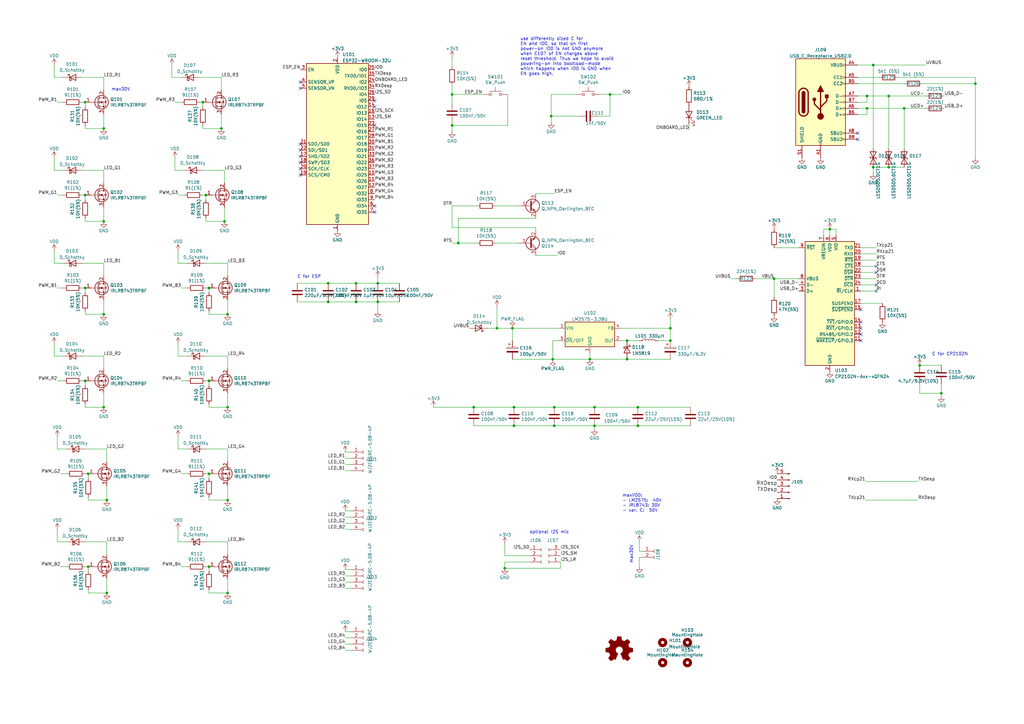
<source format=kicad_sch>
(kicad_sch (version 20230121) (generator eeschema)
  (paper "A3")
  (title_block (title "esp32_12chan_lowside_pwm_pcb WLED Controller") (date "2022-08-03") (comment 1 "B. Tittelbach") (comment 2 "xro@realraum.at") (comment 3 "https://github.com/btittelbach/esp32_12chan_lowside_pwm_pcb"))
  (junction (at 386.08 161.29))
  (junction (at 274.955 134.62))
  (junction (at 42.545 90.805))
  (junction (at 274.955 139.7))
  (junction (at 226.695 147.32))
  (junction (at 146.05 116.205))
  (junction (at 355.6 44.45))
  (junction (at 92.075 90.805))
  (junction (at 42.545 52.705))
  (junction (at 93.345 167.005))
  (junction (at 146.05 123.825))
  (junction (at 36.195 194.31))
  (junction (at 194.31 167.005))
  (junction (at 83.185 41.91))
  (junction (at 227.33 167.005))
  (junction (at 42.545 167.005))
  (junction (at 93.345 128.905))
  (junction (at 261.62 174.625))
  (junction (at 34.925 41.91))
  (junction (at 400.05 34.29))
  (junction (at 43.815 205.105))
  (junction (at 85.725 232.41))
  (junction (at 358.14 26.67))
  (junction (at 154.94 116.205))
  (junction (at 93.345 243.205))
  (junction (at 355.6 39.37))
  (junction (at 185.42 38.735))
  (junction (at 340.36 93.98))
  (junction (at 261.62 167.005))
  (junction (at 85.725 118.11))
  (junction (at 93.345 205.105))
  (junction (at 317.5 114.3))
  (junction (at 85.725 194.31))
  (junction (at 210.82 174.625))
  (junction (at 90.805 52.705))
  (junction (at 250.19 38.735))
  (junction (at 241.935 147.32))
  (junction (at 226.06 47.625))
  (junction (at 210.185 134.62))
  (junction (at 364.49 39.37))
  (junction (at 42.545 128.905))
  (junction (at 364.49 68.58))
  (junction (at 227.33 174.625))
  (junction (at 377.19 149.86))
  (junction (at 36.195 232.41))
  (junction (at 257.175 147.32))
  (junction (at 85.725 156.21))
  (junction (at 243.84 167.005))
  (junction (at 134.62 116.205))
  (junction (at 358.14 68.58))
  (junction (at 187.96 99.695))
  (junction (at 154.94 123.825))
  (junction (at 207.01 233.045))
  (junction (at 84.455 80.01))
  (junction (at 134.62 123.825))
  (junction (at 370.84 44.45))
  (junction (at 34.925 156.21))
  (junction (at 203.835 134.62))
  (junction (at 34.925 118.11))
  (junction (at 43.815 243.205))
  (junction (at 257.175 139.7))
  (junction (at 185.42 51.435))
  (junction (at 210.82 167.005))
  (junction (at 34.925 80.01))
  (junction (at 243.84 174.625))
  (no_connect (at 153.67 41.275))
  (no_connect (at 123.19 64.135))
  (no_connect (at 123.19 66.675))
  (no_connect (at 123.19 61.595))
  (no_connect (at 123.19 36.195))
  (no_connect (at 123.19 59.055))
  (no_connect (at 123.19 33.655))
  (no_connect (at 123.19 69.215))
  (no_connect (at 123.19 71.755))
  (no_connect (at 353.06 127))
  (no_connect (at 353.06 134.62))
  (no_connect (at 353.06 139.7))
  (no_connect (at 359.41 116.84))
  (no_connect (at 359.41 111.76))
  (no_connect (at 359.41 119.38))
  (no_connect (at 359.41 109.22))
  (no_connect (at 353.06 132.08))
  (no_connect (at 351.79 54.61))
  (no_connect (at 351.79 57.15))
  (no_connect (at 153.67 84.455))
  (no_connect (at 153.67 86.995))
  (no_connect (at 353.06 137.16))
  (no_connect (at 153.67 51.435))
  (no_connect (at 153.67 43.815))
  (wire (pts (xy 185.42 51.435) (xy 185.42 53.975)))
  (wire (pts (xy 195.58 99.695) (xy 187.96 99.695)))
  (wire (pts (xy 364.49 39.37) (xy 364.49 60.96)))
  (wire (pts (xy 34.925 90.805) (xy 42.545 90.805)))
  (wire (pts (xy 84.455 194.31) (xy 85.725 194.31)))
  (wire (pts (xy 351.79 44.45) (xy 355.6 44.45)))
  (wire (pts (xy 36.195 241.935) (xy 36.195 243.205)))
  (wire (pts (xy 261.62 174.625) (xy 283.21 174.625)))
  (wire (pts (xy 141.605 233.68) (xy 144.145 233.68)))
  (wire (pts (xy 351.79 26.67) (xy 358.14 26.67)))
  (wire (pts (xy 241.935 147.32) (xy 257.175 147.32)))
  (wire (pts (xy 353.06 104.14) (xy 359.41 104.14)))
  (wire (pts (xy 400.05 31.75) (xy 368.3 31.75)))
  (wire (pts (xy 187.96 99.695) (xy 185.42 99.695)))
  (wire (pts (xy 23.495 41.91) (xy 26.035 41.91)))
  (wire (pts (xy 33.655 41.91) (xy 34.925 41.91)))
  (wire (pts (xy 364.49 68.58) (xy 370.84 68.58)))
  (wire (pts (xy 353.06 119.38) (xy 359.41 119.38)))
  (wire (pts (xy 185.42 84.455) (xy 185.42 93.345)))
  (wire (pts (xy 34.925 194.31) (xy 36.195 194.31)))
  (wire (pts (xy 85.725 241.935) (xy 85.725 243.205)))
  (wire (pts (xy 386.08 161.29) (xy 377.19 161.29)))
  (wire (pts (xy 229.235 134.62) (xy 210.185 134.62)))
  (wire (pts (xy 42.545 31.75) (xy 42.545 36.83)))
  (wire (pts (xy 342.9 93.98) (xy 342.9 96.52)))
  (wire (pts (xy 23.495 184.15) (xy 27.305 184.15)))
  (wire (pts (xy 34.925 222.25) (xy 43.815 222.25)))
  (wire (pts (xy 141.605 259.08) (xy 144.145 259.08)))
  (wire (pts (xy 42.545 85.09) (xy 42.545 90.805)))
  (wire (pts (xy 194.31 174.625) (xy 210.82 174.625)))
  (wire (pts (xy 340.36 93.98) (xy 337.82 93.98)))
  (wire (pts (xy 262.255 228.6) (xy 263.525 228.6)))
  (wire (pts (xy 36.195 203.835) (xy 36.195 205.105)))
  (wire (pts (xy 93.345 199.39) (xy 93.345 205.105)))
  (wire (pts (xy 73.025 146.05) (xy 76.835 146.05)))
  (wire (pts (xy 81.915 41.91) (xy 83.185 41.91)))
  (wire (pts (xy 33.655 69.85) (xy 42.545 69.85)))
  (wire (pts (xy 34.925 165.735) (xy 34.925 167.005)))
  (wire (pts (xy 203.835 134.62) (xy 210.185 134.62)))
  (wire (pts (xy 85.725 203.835) (xy 85.725 205.105)))
  (wire (pts (xy 70.485 31.75) (xy 74.295 31.75)))
  (wire (pts (xy 141.605 214.63) (xy 144.145 214.63)))
  (wire (pts (xy 85.725 128.905) (xy 93.345 128.905)))
  (wire (pts (xy 93.345 107.95) (xy 93.345 113.03)))
  (wire (pts (xy 43.815 184.15) (xy 43.815 189.23)))
  (wire (pts (xy 207.01 227.965) (xy 207.01 222.885)))
  (wire (pts (xy 73.025 222.25) (xy 76.835 222.25)))
  (wire (pts (xy 34.925 118.11) (xy 34.925 120.015)))
  (wire (pts (xy 83.185 52.705) (xy 90.805 52.705)))
  (wire (pts (xy 73.025 102.87) (xy 73.025 107.95)))
  (wire (pts (xy 185.42 50.165) (xy 185.42 51.435)))
  (wire (pts (xy 141.605 266.7) (xy 144.145 266.7)))
  (wire (pts (xy 254.635 134.62) (xy 274.955 134.62)))
  (wire (pts (xy 22.225 31.75) (xy 26.035 31.75)))
  (wire (pts (xy 353.06 114.3) (xy 359.41 114.3)))
  (wire (pts (xy 84.455 118.11) (xy 85.725 118.11)))
  (wire (pts (xy 85.725 165.735) (xy 85.725 167.005)))
  (wire (pts (xy 42.545 123.19) (xy 42.545 128.905)))
  (wire (pts (xy 154.94 123.825) (xy 146.05 123.825)))
  (wire (pts (xy 73.025 107.95) (xy 76.835 107.95)))
  (wire (pts (xy 23.495 80.01) (xy 26.035 80.01)))
  (wire (pts (xy 185.42 34.925) (xy 185.42 38.735)))
  (wire (pts (xy 84.455 232.41) (xy 85.725 232.41)))
  (wire (pts (xy 43.815 222.25) (xy 43.815 227.33)))
  (wire (pts (xy 34.925 41.91) (xy 34.925 43.815)))
  (wire (pts (xy 83.185 51.435) (xy 83.185 52.705)))
  (wire (pts (xy 210.82 174.625) (xy 227.33 174.625)))
  (wire (pts (xy 177.8 167.005) (xy 194.31 167.005)))
  (wire (pts (xy 226.06 38.735) (xy 236.22 38.735)))
  (wire (pts (xy 241.935 144.78) (xy 241.935 147.32)))
  (wire (pts (xy 194.31 167.005) (xy 210.82 167.005)))
  (wire (pts (xy 93.345 237.49) (xy 93.345 243.205)))
  (wire (pts (xy 229.235 139.7) (xy 226.695 139.7)))
  (wire (pts (xy 24.765 232.41) (xy 27.305 232.41)))
  (wire (pts (xy 134.62 116.205) (xy 146.05 116.205)))
  (wire (pts (xy 185.42 23.495) (xy 185.42 27.305)))
  (wire (pts (xy 33.655 107.95) (xy 42.545 107.95)))
  (wire (pts (xy 351.79 34.29) (xy 370.84 34.29)))
  (wire (pts (xy 198.12 38.735) (xy 185.42 38.735)))
  (wire (pts (xy 354.965 197.485) (xy 376.555 197.485)))
  (wire (pts (xy 141.605 212.09) (xy 144.145 212.09)))
  (wire (pts (xy 93.345 161.29) (xy 93.345 167.005)))
  (wire (pts (xy 400.05 64.77) (xy 400.05 34.29)))
  (wire (pts (xy 22.225 26.67) (xy 22.225 31.75)))
  (wire (pts (xy 74.295 118.11) (xy 76.835 118.11)))
  (wire (pts (xy 42.545 69.85) (xy 42.545 74.93)))
  (wire (pts (xy 34.925 52.705) (xy 42.545 52.705)))
  (wire (pts (xy 243.84 174.625) (xy 261.62 174.625)))
  (wire (pts (xy 237.49 47.625) (xy 226.06 47.625)))
  (wire (pts (xy 219.71 93.345) (xy 219.71 94.615)))
  (wire (pts (xy 337.82 93.98) (xy 337.82 96.52)))
  (wire (pts (xy 42.545 107.95) (xy 42.545 113.03)))
  (wire (pts (xy 370.84 44.45) (xy 379.73 44.45)))
  (wire (pts (xy 210.185 134.62) (xy 210.185 139.7)))
  (wire (pts (xy 73.025 80.01) (xy 75.565 80.01)))
  (wire (pts (xy 43.815 199.39) (xy 43.815 205.105)))
  (wire (pts (xy 187.96 89.535) (xy 187.96 99.695)))
  (wire (pts (xy 212.09 99.695) (xy 203.2 99.695)))
  (wire (pts (xy 154.94 113.665) (xy 154.94 116.205)))
  (wire (pts (xy 93.345 222.25) (xy 93.345 227.33)))
  (wire (pts (xy 121.92 116.205) (xy 134.62 116.205)))
  (wire (pts (xy 359.41 106.68) (xy 353.06 106.68)))
  (wire (pts (xy 93.345 123.19) (xy 93.345 128.905)))
  (wire (pts (xy 355.6 41.91) (xy 351.79 41.91)))
  (wire (pts (xy 85.725 127.635) (xy 85.725 128.905)))
  (wire (pts (xy 208.28 38.735) (xy 208.28 51.435)))
  (wire (pts (xy 227.33 174.625) (xy 243.84 174.625)))
  (wire (pts (xy 355.6 44.45) (xy 355.6 46.99)))
  (wire (pts (xy 84.455 107.95) (xy 93.345 107.95)))
  (wire (pts (xy 34.925 128.905) (xy 42.545 128.905)))
  (wire (pts (xy 81.915 31.75) (xy 90.805 31.75)))
  (wire (pts (xy 386.08 161.29) (xy 386.08 162.56)))
  (wire (pts (xy 92.075 69.85) (xy 92.075 74.93)))
  (wire (pts (xy 317.5 101.6) (xy 327.66 101.6)))
  (wire (pts (xy 43.815 237.49) (xy 43.815 243.205)))
  (wire (pts (xy 400.05 34.29) (xy 378.46 34.29)))
  (wire (pts (xy 355.6 39.37) (xy 364.49 39.37)))
  (wire (pts (xy 36.195 243.205) (xy 43.815 243.205)))
  (wire (pts (xy 71.755 64.77) (xy 71.755 69.85)))
  (wire (pts (xy 73.025 140.97) (xy 73.025 146.05)))
  (wire (pts (xy 141.605 238.76) (xy 144.145 238.76)))
  (wire (pts (xy 154.94 116.205) (xy 146.05 116.205)))
  (wire (pts (xy 141.605 261.62) (xy 144.145 261.62)))
  (wire (pts (xy 93.345 146.05) (xy 93.345 151.13)))
  (wire (pts (xy 269.875 139.7) (xy 274.955 139.7)))
  (wire (pts (xy 228.6 104.775) (xy 219.71 104.775)))
  (wire (pts (xy 84.455 89.535) (xy 84.455 90.805)))
  (wire (pts (xy 229.87 233.045) (xy 207.01 233.045)))
  (wire (pts (xy 22.225 107.95) (xy 26.035 107.95)))
  (wire (pts (xy 22.225 140.97) (xy 22.225 146.05)))
  (wire (pts (xy 210.82 167.005) (xy 227.33 167.005)))
  (wire (pts (xy 226.695 139.7) (xy 226.695 147.32)))
  (wire (pts (xy 229.87 230.505) (xy 229.87 233.045)))
  (wire (pts (xy 83.185 80.01) (xy 84.455 80.01)))
  (wire (pts (xy 364.49 39.37) (xy 379.73 39.37)))
  (wire (pts (xy 299.72 114.3) (xy 302.26 114.3)))
  (wire (pts (xy 74.295 232.41) (xy 76.835 232.41)))
  (wire (pts (xy 340.36 93.98) (xy 340.36 96.52)))
  (wire (pts (xy 85.725 243.205) (xy 93.345 243.205)))
  (wire (pts (xy 355.6 39.37) (xy 355.6 41.91)))
  (wire (pts (xy 210.185 147.32) (xy 226.695 147.32)))
  (wire (pts (xy 327.66 114.3) (xy 317.5 114.3)))
  (wire (pts (xy 227.33 79.375) (xy 219.71 79.375)))
  (wire (pts (xy 85.725 205.105) (xy 93.345 205.105)))
  (wire (pts (xy 203.835 125.73) (xy 203.835 134.62)))
  (wire (pts (xy 227.33 167.005) (xy 243.84 167.005)))
  (wire (pts (xy 22.225 64.77) (xy 22.225 69.85)))
  (wire (pts (xy 219.71 89.535) (xy 187.96 89.535)))
  (wire (pts (xy 358.14 26.67) (xy 379.73 26.67)))
  (wire (pts (xy 71.755 69.85) (xy 75.565 69.85)))
  (wire (pts (xy 359.41 101.6) (xy 353.06 101.6)))
  (wire (pts (xy 207.01 233.045) (xy 207.01 230.505)))
  (wire (pts (xy 282.575 50.8) (xy 282.575 53.34)))
  (wire (pts (xy 358.14 68.58) (xy 358.14 71.12)))
  (wire (pts (xy 351.79 39.37) (xy 355.6 39.37)))
  (wire (pts (xy 34.925 89.535) (xy 34.925 90.805)))
  (wire (pts (xy 85.725 194.31) (xy 85.725 196.215)))
  (wire (pts (xy 23.495 222.25) (xy 27.305 222.25)))
  (wire (pts (xy 243.84 174.625) (xy 243.84 175.895)))
  (wire (pts (xy 34.925 232.41) (xy 36.195 232.41)))
  (wire (pts (xy 154.94 116.205) (xy 163.83 116.205)))
  (wire (pts (xy 257.175 139.7) (xy 262.255 139.7)))
  (wire (pts (xy 257.175 147.32) (xy 274.955 147.32)))
  (wire (pts (xy 84.455 90.805) (xy 92.075 90.805)))
  (wire (pts (xy 141.605 264.16) (xy 144.145 264.16)))
  (wire (pts (xy 83.185 69.85) (xy 92.075 69.85)))
  (wire (pts (xy 245.11 47.625) (xy 250.19 47.625)))
  (wire (pts (xy 90.805 46.99) (xy 90.805 52.705)))
  (wire (pts (xy 34.925 51.435) (xy 34.925 52.705)))
  (wire (pts (xy 353.06 109.22) (xy 359.41 109.22)))
  (wire (pts (xy 200.025 134.62) (xy 203.835 134.62)))
  (wire (pts (xy 355.6 46.99) (xy 351.79 46.99)))
  (wire (pts (xy 358.14 26.67) (xy 358.14 60.96)))
  (wire (pts (xy 309.88 114.3) (xy 317.5 114.3)))
  (wire (pts (xy 134.62 123.825) (xy 146.05 123.825)))
  (wire (pts (xy 154.94 123.825) (xy 163.83 123.825)))
  (wire (pts (xy 85.725 167.005) (xy 93.345 167.005)))
  (wire (pts (xy 22.225 69.85) (xy 26.035 69.85)))
  (wire (pts (xy 185.42 84.455) (xy 195.58 84.455)))
  (wire (pts (xy 377.19 161.29) (xy 377.19 157.48)))
  (wire (pts (xy 263.525 226.06) (xy 262.255 226.06)))
  (wire (pts (xy 351.79 31.75) (xy 360.68 31.75)))
  (wire (pts (xy 33.655 31.75) (xy 42.545 31.75)))
  (wire (pts (xy 262.255 232.41) (xy 262.255 228.6)))
  (wire (pts (xy 255.27 38.735) (xy 250.19 38.735)))
  (wire (pts (xy 34.925 156.21) (xy 34.925 158.115)))
  (wire (pts (xy 74.295 156.21) (xy 76.835 156.21)))
  (wire (pts (xy 73.025 184.15) (xy 76.835 184.15)))
  (wire (pts (xy 84.455 146.05) (xy 93.345 146.05)))
  (wire (pts (xy 23.495 156.21) (xy 26.035 156.21)))
  (wire (pts (xy 355.6 44.45) (xy 370.84 44.45)))
  (wire (pts (xy 42.545 46.99) (xy 42.545 52.705)))
  (wire (pts (xy 34.925 80.01) (xy 34.925 81.915)))
  (wire (pts (xy 317.5 114.3) (xy 317.5 121.92)))
  (wire (pts (xy 33.655 118.11) (xy 34.925 118.11)))
  (wire (pts (xy 70.485 26.67) (xy 70.485 31.75)))
  (wire (pts (xy 85.725 118.11) (xy 85.725 120.015)))
  (wire (pts (xy 74.295 194.31) (xy 76.835 194.31)))
  (wire (pts (xy 226.06 50.165) (xy 226.06 47.625)))
  (wire (pts (xy 141.605 187.96) (xy 144.145 187.96)))
  (wire (pts (xy 92.075 85.09) (xy 92.075 90.805)))
  (wire (pts (xy 22.225 146.05) (xy 26.035 146.05)))
  (wire (pts (xy 36.195 205.105) (xy 43.815 205.105)))
  (wire (pts (xy 84.455 184.15) (xy 93.345 184.15)))
  (wire (pts (xy 141.605 209.55) (xy 144.145 209.55)))
  (wire (pts (xy 207.01 230.505) (xy 217.17 230.505)))
  (wire (pts (xy 22.225 102.87) (xy 22.225 107.95)))
  (wire (pts (xy 354.965 205.105) (xy 376.555 205.105)))
  (wire (pts (xy 185.42 93.345) (xy 219.71 93.345)))
  (wire (pts (xy 141.605 185.42) (xy 144.145 185.42)))
  (wire (pts (xy 84.455 80.01) (xy 84.455 81.915)))
  (wire (pts (xy 254.635 139.7) (xy 257.175 139.7)))
  (wire (pts (xy 386.08 149.86) (xy 377.19 149.86)))
  (wire (pts (xy 141.605 193.04) (xy 144.145 193.04)))
  (wire (pts (xy 36.195 194.31) (xy 36.195 196.215)))
  (wire (pts (xy 71.755 41.91) (xy 74.295 41.91)))
  (wire (pts (xy 33.655 80.01) (xy 34.925 80.01)))
  (wire (pts (xy 370.84 60.96) (xy 370.84 44.45)))
  (wire (pts (xy 185.42 38.735) (xy 185.42 42.545)))
  (wire (pts (xy 400.05 34.29) (xy 400.05 31.75)))
  (wire (pts (xy 33.655 146.05) (xy 42.545 146.05)))
  (wire (pts (xy 226.06 47.625) (xy 226.06 38.735)))
  (wire (pts (xy 226.695 147.32) (xy 241.935 147.32)))
  (wire (pts (xy 93.345 184.15) (xy 93.345 189.23)))
  (wire (pts (xy 358.14 68.58) (xy 364.49 68.58)))
  (wire (pts (xy 73.025 179.07) (xy 73.025 184.15)))
  (wire (pts (xy 274.955 130.81) (xy 274.955 134.62)))
  (wire (pts (xy 84.455 156.21) (xy 85.725 156.21)))
  (wire (pts (xy 73.025 217.17) (xy 73.025 222.25)))
  (wire (pts (xy 262.255 222.25) (xy 262.255 226.06)))
  (wire (pts (xy 141.605 241.3) (xy 144.145 241.3)))
  (wire (pts (xy 33.655 156.21) (xy 34.925 156.21)))
  (wire (pts (xy 85.725 156.21) (xy 85.725 158.115)))
  (wire (pts (xy 217.17 227.965) (xy 207.01 227.965)))
  (wire (pts (xy 243.84 167.005) (xy 261.62 167.005)))
  (wire (pts (xy 34.925 127.635) (xy 34.925 128.905)))
  (wire (pts (xy 250.19 47.625) (xy 250.19 38.735)))
  (wire (pts (xy 121.92 123.825) (xy 134.62 123.825)))
  (wire (pts (xy 23.495 217.17) (xy 23.495 222.25)))
  (wire (pts (xy 85.725 232.41) (xy 85.725 234.315)))
  (wire (pts (xy 340.36 93.98) (xy 342.9 93.98)))
  (wire (pts (xy 24.765 194.31) (xy 27.305 194.31)))
  (wire (pts (xy 84.455 222.25) (xy 93.345 222.25)))
  (wire (pts (xy 386.08 157.48) (xy 386.08 161.29)))
  (wire (pts (xy 274.955 134.62) (xy 274.955 139.7)))
  (wire (pts (xy 42.545 161.29) (xy 42.545 167.005)))
  (wire (pts (xy 34.925 184.15) (xy 43.815 184.15)))
  (wire (pts (xy 141.605 236.22) (xy 144.145 236.22)))
  (wire (pts (xy 203.2 84.455) (xy 212.09 84.455)))
  (wire (pts (xy 141.605 190.5) (xy 144.145 190.5)))
  (wire (pts (xy 208.28 51.435) (xy 185.42 51.435)))
  (wire (pts (xy 23.495 118.11) (xy 26.035 118.11)))
  (wire (pts (xy 261.62 167.005) (xy 283.21 167.005)))
  (wire (pts (xy 83.185 41.91) (xy 83.185 43.815)))
  (wire (pts (xy 353.06 111.76) (xy 359.41 111.76)))
  (wire (pts (xy 34.925 167.005) (xy 42.545 167.005)))
  (wire (pts (xy 141.605 217.17) (xy 144.145 217.17)))
  (wire (pts (xy 250.19 38.735) (xy 246.38 38.735)))
  (wire (pts (xy 154.94 127.635) (xy 154.94 123.825)))
  (wire (pts (xy 42.545 146.05) (xy 42.545 151.13)))
  (wire (pts (xy 36.195 232.41) (xy 36.195 234.315)))
  (wire (pts (xy 90.805 31.75) (xy 90.805 36.83)))
  (wire (pts (xy 23.495 179.07) (xy 23.495 184.15)))
  (wire (pts (xy 353.06 124.46) (xy 361.95 124.46)))
  (wire (pts (xy 353.06 116.84) (xy 359.41 116.84)))
  (text "use differently sized C for\nEN and IO0, so that on first\npower-on IO0 is not GND anymore\nwhen C107 of EN charges above\nreset threshold. Thus we hope to avoid\npowering-on into bootload-mode\nwhich happens when IO0 is GND when\nEN goes high. " (at 213.36 31.115 0) (effects (font (size 1.27 1.27)) (justify left bottom)))
  (text "maxVDD:\n- LM2575:  40V\n- IRL8743: 30V\n- var. C:  50V" (at 255.27 210.185 0) (effects (font (size 1.27 1.27)) (justify left bottom)))
  (text "C for ESP" (at 121.92 114.3 0) (effects (font (size 1.27 1.27)) (justify left bottom)))
  (text "optional I2S mic" (at 217.17 219.075 0) (effects (font (size 1.27 1.27)) (justify left bottom)))
  (text "max30V" (at 259.715 231.14 90) (effects (font (size 1.27 1.27)) (justify left bottom)))
  (text "max30V" (at 45.72 37.465 0) (effects (font (size 1.27 1.27)) (justify left bottom)))
  (text "C for CP2102N" (at 382.27 146.05 0) (effects (font (size 1.27 1.27)) (justify left bottom)))
  (label "IO0" (at 318.77 196.85 180))
  (label "UVBUS" (at 299.72 114.3 180))
  (label "LED_B4" (at 93.345 222.25 0))
  (label "LED_G1" (at 141.605 190.5 180))
  (label "DTR" (at 185.42 84.455 180))
  (label "ONBOARD_LED" (at 282.575 53.34 180))
  (label "PWM_G2" (at 153.67 64.135 0))
  (label "RXcp21" (at 359.41 104.14 0))
  (label "LED_G1" (at 42.545 69.85 0))
  (label "PWM_R1" (at 153.67 53.975 0))
  (label "RXcp21" (at 354.965 197.485 180))
  (label "VBUS" (at 317.5 114.3 180))
  (label "LED_G2" (at 43.815 184.15 0))
  (label "PWM_R4" (at 153.67 76.835 0))
  (label "ESP_EN" (at 227.33 79.375 0))
  (label "PWM_B4" (at 74.295 232.41 180))
  (label "PWM_B4" (at 153.67 81.915 0))
  (label "PWM_B2" (at 153.67 66.675 0))
  (label "LED_B1" (at 141.605 193.04 180))
  (label "IO0" (at 228.6 104.775 0))
  (label "TXcp21" (at 354.965 205.105 180))
  (label "DTR" (at 359.41 114.3 0))
  (label "LED_R4" (at 141.605 261.62 180))
  (label "USB_D+" (at 327.66 119.38 180))
  (label "UVBUS" (at 192.405 134.62 180))
  (label "PWM_R2" (at 23.495 156.21 180))
  (label "IO0" (at 153.67 28.575 0))
  (label "RTS" (at 185.42 99.695 180))
  (label "I2S_SCK" (at 153.67 46.355 0))
  (label "LED_R4" (at 93.345 146.05 0))
  (label "I2S_SD" (at 153.67 38.735 0))
  (label "PWM_G4" (at 153.67 79.375 0))
  (label "PWM_R3" (at 71.755 41.91 180))
  (label "I2S_LR" (at 229.87 230.505 0))
  (label "PWM_G4" (at 74.295 194.31 180))
  (label "I2S_SD" (at 217.17 225.425 180))
  (label "UVBUS" (at 379.73 26.67 0))
  (label "I2S_SM" (at 153.67 48.895 0))
  (label "LED_R2" (at 42.545 146.05 0))
  (label "LED_B3" (at 141.605 241.3 180))
  (label "ESP_EN" (at 190.5 38.735 0))
  (label "RTS" (at 359.41 106.68 0))
  (label "LED_R3" (at 141.605 236.22 180))
  (label "PWM_B1" (at 153.67 59.055 0))
  (label "PWM_B3" (at 153.67 74.295 0))
  (label "I2S_SM" (at 229.87 227.965 0))
  (label "PWM_G2" (at 24.765 194.31 180))
  (label "TXDesp" (at 376.555 197.485 0))
  (label "PWM_R4" (at 74.295 156.21 180))
  (label "LED_G3" (at 92.075 69.85 0))
  (label "LED_G4" (at 141.605 264.16 180))
  (label "PWM_G1" (at 23.495 80.01 180))
  (label "LED_R3" (at 90.805 31.75 0))
  (label "RXDesp" (at 318.77 199.39 180) (effects (font (size 1.524 1.524))))
  (label "IO0" (at 255.27 38.735 0))
  (label "PWM_B1" (at 23.495 118.11 180))
  (label "TXcp21" (at 359.41 101.6 0))
  (label "LED_B1" (at 42.545 107.95 0))
  (label "UCD-" (at 373.38 39.37 0))
  (label "PWM_R2" (at 153.67 61.595 0))
  (label "PWM_G3" (at 73.025 80.01 180))
  (label "USB_D-" (at 327.66 116.84 180))
  (label "PWM_B2" (at 24.765 232.41 180))
  (label "USB_D-" (at 387.35 39.37 0))
  (label "PWM_R1" (at 23.495 41.91 180))
  (label "TXDesp" (at 153.67 31.115 0))
  (label "LED_B2" (at 43.815 222.25 0))
  (label "USB_D+" (at 387.35 44.45 0))
  (label "LED_R2" (at 141.605 212.09 180))
  (label "DSR" (at 359.41 111.76 0))
  (label "LED_G4" (at 93.345 184.15 0))
  (label "LED_G3" (at 141.605 238.76 180))
  (label "ONBOARD_LED" (at 153.67 33.655 0))
  (label "PWM_G3" (at 153.67 71.755 0))
  (label "I2S_SCK" (at 229.87 225.425 0))
  (label "LED_G2" (at 141.605 214.63 180))
  (label "LED_R1" (at 42.545 31.75 0))
  (label "PWM_G1" (at 153.67 56.515 0))
  (label "DCD" (at 359.41 116.84 0))
  (label "RI" (at 359.41 119.38 0))
  (label "PWM_R3" (at 153.67 69.215 0))
  (label "TXDesp" (at 318.77 201.93 180) (effects (font (size 1.524 1.524))))
  (label "LED_B4" (at 141.605 266.7 180))
  (label "PWM_B3" (at 74.295 118.11 180))
  (label "RXDesp" (at 153.67 36.195 0))
  (label "UCD+" (at 373.38 44.45 0))
  (label "RXDesp" (at 376.555 205.105 0))
  (label "LED_R1" (at 141.605 187.96 180))
  (label "CTS" (at 359.41 109.22 0))
  (label "LED_B3" (at 93.345 107.95 0))
  (label "LED_B2" (at 141.605 217.17 180))
  (label "ESP_EN" (at 123.19 28.575 180))
  (symbol (lib_id "power:GND") (at 400.05 64.77 0) (unit 1)
    (property "Reference" "#PWR0131" (effects hide))
    (property "Value" "GND" (at 400.05 68.58 0))
  )
  (symbol (lib_id "Device:R") (at 36.195 238.125 0) (unit 1)
    (property "Reference" "R136" (at 30.9372 238.125 90))
    (property "Value" "10K(5%)" (at 33.2486 238.125 90))
    (property "Footprint" "Resistor_SMD:R_0603_1608Metric" (effects hide))
    (property "SMD" "1" (effects hide))
  )
  (symbol (lib_id "RF_Module:ESP32-WROOM-32") (at 138.43 59.055 0) (unit 1)
    (property "Reference" "U101" (at 140.4494 22.3352 0) (effects (justify left)))
    (property "Value" "ESP32-WROOM-32U" (at 140.4494 24.8721 0) (effects (justify left)))
    (property "Footprint" "RF_Module:ESP32-WROOM-32U" (effects hide))
    (property "Datasheet" "https://www.espressif.com/sites/default/files/documentation/esp32-wroom-32_datasheet_en.pdf" (effects hide))
    (property "MP" "ESP32-WROOM-32U" (effects hide))
    (property "MF" "Espressif" (effects hide))
    (property "LCSC" "C328062" (effects hide))
    (property "SMD" "1" (effects hide))
    (property "Distributor" "LCSC" (effects hide))
  )
  (symbol (lib_id "power:+3V3") (at 340.36 93.98 0) (unit 1)
    (property "Reference" "#PWR0125" (effects hide))
    (property "Value" "+3V3" (at 340.36 90.424 0))
  )
  (symbol (lib_id "power:VDD") (at 262.255 222.25 0) (unit 1)
    (property "Reference" "#PWR0108" (effects hide))
    (property "Value" "VDD" (at 262.255 218.44 0))
  )
  (symbol (lib_id "Device:C") (at 154.94 120.015 0) (unit 1)
    (property "Reference" "C104" (at 157.861 118.8466 0) (effects (justify left)))
    (property "Value" "10µF/25V" (at 157.861 121.158 0) (effects (justify left)))
    (property "Footprint" "Capacitor_SMD:C_0805_2012Metric" (effects hide))
    (property "MF" "FH" (effects hide))
    (property "MP" "0805X106K250NT" (effects hide))
    (property "Distributor" "LCSC" (effects hide))
    (property "LCSC" "C40894" (effects hide))
    (property "SMD" "1" (effects hide))
  )
  (symbol (lib_id "Connector:Conn_01x03_Female") (at 222.25 227.965 0) (unit 1)
    (property "Reference" "J106" (at 217.17 221.615 0) (effects (justify left)))
    (property "Value" "Conn_01x03_Female" (effects hide))
    (property "Footprint" "Connector_PinSocket_2.54mm:PinSocket_1x03_P2.54mm_Vertical" (effects hide))
    (property "SMD" "0" (effects hide))
    (property "TH" "1" (effects hide))
    (property "MF" "generic" (effects hide))
    (property "MP" "PinHeader,Feamle,P=2.54mm,3Pin,1Row,1A" (effects hide))
    (property "LCSC" "C358717" (effects hide))
    (property "Distributor" "LCSC" (effects hide))
  )
  (symbol (lib_id "Device:R") (at 36.195 200.025 0) (unit 1)
    (property "Reference" "R135" (at 30.9372 200.025 90))
    (property "Value" "10K(5%)" (at 33.2486 200.025 90))
    (property "Footprint" "Resistor_SMD:R_0603_1608Metric" (effects hide))
    (property "SMD" "1" (effects hide))
  )
  (symbol (lib_id "Transistor_FET:IRLB8721PBF") (at 40.005 118.11 0) (unit 1)
    (property "Reference" "Q103" (at 45.1866 116.9416 0) (effects (justify left)))
    (property "Value" "IRLR8743TRPBF" (at 45.1866 119.253 0) (effects (justify left)))
    (property "Footprint" "Package_TO_SOT_SMD:TO-252-2" (effects hide))
    (property "Datasheet" "https://datasheet.lcsc.com/szlcsc/1809061832_Infineon-Technologies-IRLR8743TRPBF_C51360.pdf" (effects hide))
    (property "MF" "Infineon Technologies" (effects hide))
    (property "MP" "IRLR8743TRPBF" (effects hide))
    (property "LCSC" "C3040285" (effects hide))
    (property "SMD" "1" (effects hide))
    (property "TH" "0" (effects hide))
    (property "Distributor" "LCSC" (effects hide))
  )
  (symbol (lib_id "Device:R") (at 34.925 47.625 0) (unit 1)
    (property "Reference" "R131" (at 29.6672 47.625 90))
    (property "Value" "10K(5%)" (at 31.9786 47.625 90))
    (property "Footprint" "Resistor_SMD:R_0603_1608Metric" (effects hide))
    (property "SMD" "1" (effects hide))
  )
  (symbol (lib_id "Connector:Conn_01x05_Male") (at 323.85 199.39 180) (unit 1)
    (property "Reference" "J105" (at 324.5612 197.6628 0) (effects (justify right)))
    (property "Value" "Conn_01x05_Male" (effects hide))
    (property "Footprint" "Connector_PinHeader_2.54mm:PinHeader_1x05_P2.54mm_Vertical" (effects hide))
    (property "DNF" "DNF" (effects hide))
    (property "SMD" "0" (effects hide))
    (property "TH" "0" (effects hide))
  )
  (symbol (lib_id "power:+3V3") (at 377.19 149.86 0) (unit 1)
    (property "Reference" "#PWR0137" (effects hide))
    (property "Value" "+3V3" (at 377.19 146.304 0))
  )
  (symbol (lib_id "power:+3V3") (at 207.01 222.885 0) (unit 1)
    (property "Reference" "#PWR0157" (effects hide))
    (property "Value" "+3V3" (at 207.01 219.329 0))
  )
  (symbol (lib_id "power:GND") (at 243.84 175.895 0) (unit 1)
    (property "Reference" "#PWR0126" (effects hide))
    (property "Value" "GND" (at 243.84 179.705 0))
  )
  (symbol (lib_id "power:GND") (at 336.55 64.77 0) (unit 1)
    (property "Reference" "#PWR0111" (effects hide))
    (property "Value" "GND" (at 336.55 68.58 0))
  )
  (symbol (lib_id "Device:C") (at 227.33 170.815 0) (unit 1)
    (property "Reference" "C118" (at 230.251 169.6466 0) (effects (justify left)))
    (property "Value" "100nF/50V" (at 230.251 171.958 0) (effects (justify left)))
    (property "Footprint" "Capacitor_SMD:C_0603_1608Metric" (effects hide))
    (property "MF" "FH" (effects hide))
    (property "MP" "0603F104M500NT" (effects hide))
    (property "Distributor" "LCSC" (effects hide))
    (property "LCSC" "C42998" (effects hide))
    (property "SMD" "1" (effects hide))
  )
  (symbol (lib_id "power:VDD") (at 22.225 64.77 0) (unit 1)
    (property "Reference" "#PWR0102" (effects hide))
    (property "Value" "VDD" (at 22.225 60.96 0))
  )
  (symbol (lib_id "Connector:Conn_01x04_Female") (at 149.225 261.62 0) (unit 1)
    (property "Reference" "J104" (at 149.9362 262.0553 0) (effects (justify left)))
    (property "Value" "WJ2EDGRC-5.08-4P" (at 151.765 267.97 90) (effects (justify left)))
    (property "Footprint" "Connector_Degson:2EDGRC-5.08-04P-14-100AH" (effects hide))
    (property "Datasheet" "https://datasheet.lcsc.com/lcsc/1912251635_Ningbo-Kangnex-Elec-WJ2EDGRC-5-08-4P_C8446.pdf" (effects hide))
    (property "MF" "Ningbo Kangnex Elec" (effects hide))
    (property "MP" "WJ2EDGRC-5.08-4P" (effects hide))
    (property "LCSC" "C8446" (effects hide))
    (property "SMD" "0" (effects hide))
    (property "TH" "1" (effects hide))
    (property "Distributor" "LCSC" (effects hide))
  )
  (symbol (lib_id "power:GND") (at 92.075 90.805 0) (unit 1)
    (property "Reference" "#PWR0141" (effects hide))
    (property "Value" "GND" (at 92.075 94.615 0))
  )
  (symbol (lib_id "Mechanical:MountingHole") (at 281.94 263.525 0) (unit 1) (in_bom no)
    (property "Reference" "H103" (at 281.94 258.445 0))
    (property "Value" "MountingHole" (at 281.94 260.35 0))
    (property "Footprint" "MountingHole:MountingHole_3.2mm_M3_ISO7380" (effects hide))
  )
  (symbol (lib_id "Connector:USB_C_Receptacle_USB2.0") (at 336.55 41.91 0) (unit 1)
    (property "Reference" "J109" (at 336.55 20.4302 0))
    (property "Value" "USB_C_Receptacle_USB2.0" (at 336.55 22.9671 0))
    (property "Footprint" "Connector_USB_more:USB_C_Receptacle_CIKI_TYPE-C-2.0-16PIN-SMT-3" (effects hide))
    (property "Datasheet" "https://www.usb.org/sites/default/files/documents/usb_type-c.zip" (effects hide))
    (property "Distributor" "LCSC" (effects hide))
    (property "LCSC" "C2987386" (effects hide))
    (property "MF" "CIKI" (effects hide))
    (property "MP" "TYPE-C-2.0-16PIN-SMT-3" (effects hide))
    (property "SMD" "1" (effects hide))
    (property "TH" "0" (effects hide))
  )
  (symbol (lib_id "Device:R") (at 383.54 44.45 270) (unit 1)
    (property "Reference" "R124" (at 383.54 44.45 90))
    (property "Value" "22(1%)" (at 383.54 41.91 90))
    (property "Footprint" "Resistor_SMD:R_0603_1608Metric" (effects hide))
    (property "SMD" "1" (effects hide))
  )
  (symbol (lib_id "Device:D_Schottky") (at 31.115 222.25 0) (unit 1)
    (property "Reference" "D106" (at 30.7975 217.2802 0))
    (property "Value" "D_Schottky" (at 30.7975 219.8171 0))
    (property "Footprint" "Diode_SMD:D_SOD-123F" (effects hide))
    (property "Datasheet" "https://datasheet.lcsc.com/lcsc/2003172139_Shanghai-Prisemi-Elec-PSBD1DF40V2L_C496544.pdf" (effects hide))
    (property "Distributor" "LCSC" (effects hide))
    (property "LCSC" "C496544" (effects hide))
    (property "MF" "Shanghai Prisemi Elec" (effects hide))
    (property "MP" "PSBD1DF40V2L" (effects hide))
    (property "SMD" "1" (effects hide))
  )
  (symbol (lib_id "Regulator_Switching:LM2575-3.3BU") (at 241.935 137.16 0) (unit 1)
    (property "Reference" "U102" (at 241.935 128.3802 0))
    (property "Value" "LM2575-3.3BU" (at 241.935 130.9171 0))
    (property "Footprint" "Package_TO_SOT_SMD:TO-263-5_TabPin3" (effects hide))
    (property "Datasheet" "http://ww1.microchip.com/downloads/en/DeviceDoc/lm2575.pdf" (effects hide))
    (property "LCSC" "C70337" (effects hide))
    (property "MF" "onsemi" (effects hide))
    (property "MP" "LM2575D2T-3.3R4G" (effects hide))
    (property "SMD" "1" (effects hide))
    (property "Distributor" "LCSC" (effects hide))
  )
  (symbol (lib_id "power:GND") (at 185.42 53.975 0) (unit 1)
    (property "Reference" "#PWR0112" (effects hide))
    (property "Value" "GND" (at 185.42 57.785 0))
  )
  (symbol (lib_id "power:VDD") (at 141.605 185.42 0) (unit 1)
    (property "Reference" "#PWR0121" (effects hide))
    (property "Value" "VDD" (at 141.605 181.61 0))
  )
  (symbol (lib_id "Device:Q_NPN_Darlington_BEC") (at 217.17 84.455 0) (unit 1)
    (property "Reference" "Q113" (at 221.996 83.2866 0) (effects (justify left)))
    (property "Value" "Q_NPN_Darlington_BEC" (at 221.996 85.598 0) (effects (justify left)))
    (property "Footprint" "Package_TO_SOT_SMD:SOT-23" (effects hide))
    (property "MF" "JIANGSU CHANGJIANG ELECTRONICS" (effects hide))
    (property "MP" "SS8050" (effects hide))
    (property "Distributor" "LCSC" (effects hide))
    (property "LCSC" "C164885" (effects hide))
    (property "SMD" "1" (effects hide))
  )
  (symbol (lib_id "power:VDD") (at 23.495 217.17 0) (unit 1)
    (property "Reference" "#PWR0122" (effects hide))
    (property "Value" "VDD" (at 23.495 213.36 0))
  )
  (symbol (lib_id "power:GND") (at 90.805 52.705 0) (unit 1)
    (property "Reference" "#PWR0136" (effects hide))
    (property "Value" "GND" (at 90.805 56.515 0))
  )
  (symbol (lib_id "Device:R") (at 84.455 85.725 0) (unit 1)
    (property "Reference" "R138" (at 79.1972 85.725 90))
    (property "Value" "10K(5%)" (at 81.5086 85.725 90))
    (property "Footprint" "Resistor_SMD:R_0603_1608Metric" (effects hide))
    (property "SMD" "1" (effects hide))
  )
  (symbol (lib_id "Device:R") (at 29.845 156.21 270) (unit 1)
    (property "Reference" "R104" (at 29.845 150.9522 90))
    (property "Value" "91(1%)" (at 29.845 153.2636 90))
    (property "Footprint" "Resistor_SMD:R_0603_1608Metric" (effects hide))
    (property "SMD" "1" (effects hide))
  )
  (symbol (lib_id "Device:R") (at 78.105 41.91 270) (unit 1)
    (property "Reference" "R107" (at 78.105 36.6522 90))
    (property "Value" "91(1%)" (at 78.105 38.9636 90))
    (property "Footprint" "Resistor_SMD:R_0603_1608Metric" (effects hide))
    (property "SMD" "1" (effects hide))
  )
  (symbol (lib_id "Device:R") (at 34.925 123.825 0) (unit 1)
    (property "Reference" "R133" (at 29.6672 123.825 90))
    (property "Value" "10K(5%)" (at 31.9786 123.825 90))
    (property "Footprint" "Resistor_SMD:R_0603_1608Metric" (effects hide))
    (property "SMD" "1" (effects hide))
  )
  (symbol (lib_id "Transistor_FET:IRLB8721PBF") (at 88.265 41.91 0) (unit 1)
    (property "Reference" "Q107" (at 93.4466 40.7416 0) (effects (justify left)))
    (property "Value" "IRLR8743TRPBF" (at 93.4466 43.053 0) (effects (justify left)))
    (property "Footprint" "Package_TO_SOT_SMD:TO-252-2" (effects hide))
    (property "Datasheet" "https://datasheet.lcsc.com/szlcsc/1809061832_Infineon-Technologies-IRLR8743TRPBF_C51360.pdf" (effects hide))
    (property "MF" "Infineon Technologies" (effects hide))
    (property "MP" "IRLR8743TRPBF" (effects hide))
    (property "LCSC" "C3040285" (effects hide))
    (property "SMD" "1" (effects hide))
    (property "TH" "0" (effects hide))
    (property "Distributor" "LCSC" (effects hide))
  )
  (symbol (lib_id "power:VDD") (at 141.605 233.68 0) (unit 1)
    (property "Reference" "#PWR0128" (effects hide))
    (property "Value" "VDD" (at 141.605 229.87 0))
  )
  (symbol (lib_id "Device:R") (at 364.49 31.75 90) (unit 1)
    (property "Reference" "R125" (at 364.49 31.75 90))
    (property "Value" "5k1 (5%)" (at 364.49 29.21 90))
    (property "Footprint" "Resistor_SMD:R_0603_1608Metric" (effects hide))
    (property "SMD" "1" (effects hide))
    (property "TH" "0" (effects hide))
  )
  (symbol (lib_id "Device:R") (at 34.925 161.925 0) (unit 1)
    (property "Reference" "R134" (at 29.6672 161.925 90))
    (property "Value" "10K(5%)" (at 31.9786 161.925 90))
    (property "Footprint" "Resistor_SMD:R_0603_1608Metric" (effects hide))
    (property "SMD" "1" (effects hide))
  )
  (symbol (lib_id "Device:D_Schottky") (at 80.645 222.25 0) (unit 1)
    (property "Reference" "D112" (at 80.3275 216.8357 0))
    (property "Value" "D_Schottky" (at 80.3275 219.2599 0))
    (property "Footprint" "Diode_SMD:D_SOD-123F" (effects hide))
    (property "Datasheet" "https://datasheet.lcsc.com/lcsc/2003172139_Shanghai-Prisemi-Elec-PSBD1DF40V2L_C496544.pdf" (effects hide))
    (property "Distributor" "LCSC" (effects hide))
    (property "LCSC" "C496544" (effects hide))
    (property "MF" "Shanghai Prisemi Elec" (effects hide))
    (property "MP" "PSBD1DF40V2L" (effects hide))
    (property "SMD" "1" (effects hide))
  )
  (symbol (lib_id "Device:C_Polarized") (at 274.955 143.51 0) (unit 1)
    (property "Reference" "C117" (at 277.876 142.6753 0) (effects (justify left)))
    (property "Value" "330µF/6.3V" (at 277.876 145.2122 0) (effects (justify left)))
    (property "Footprint" "Capacitor_SMD:CP_Elec_6.3x7.7" (effects hide))
    (property "Datasheet" "https://datasheet.lcsc.com/lcsc/2202252130_ROQANG-RVT0J331M0607_C74623.pdf" (effects hide))
    (property "MP" "ROQANG" (effects hide))
    (property "MF" "RVT0J331M0607" (effects hide))
    (property "LCSC" "C74623" (effects hide))
    (property "SMD" "1" (effects hide))
    (property "Distributor" "LCSC" (effects hide))
  )
  (symbol (lib_id "power:GND") (at 317.5 129.54 0) (unit 1)
    (property "Reference" "#PWR0114" (effects hide))
    (property "Value" "GND" (at 317.5 133.35 0))
  )
  (symbol (lib_id "power:VDD") (at 23.495 179.07 0) (unit 1)
    (property "Reference" "#PWR0109" (effects hide))
    (property "Value" "VDD" (at 23.495 175.26 0))
  )
  (symbol (lib_id "Transistor_FET:IRLB8721PBF") (at 41.275 194.31 0) (unit 1)
    (property "Reference" "Q105" (at 46.4566 193.1416 0) (effects (justify left)))
    (property "Value" "IRLR8743TRPBF" (at 46.4566 195.453 0) (effects (justify left)))
    (property "Footprint" "Package_TO_SOT_SMD:TO-252-2" (effects hide))
    (property "Datasheet" "https://datasheet.lcsc.com/szlcsc/1809061832_Infineon-Technologies-IRLR8743TRPBF_C51360.pdf" (effects hide))
    (property "MF" "Infineon Technologies" (effects hide))
    (property "MP" "IRLR8743TRPBF" (effects hide))
    (property "LCSC" "C3040285" (effects hide))
    (property "SMD" "1" (effects hide))
    (property "TH" "0" (effects hide))
    (property "Distributor" "LCSC" (effects hide))
  )
  (symbol (lib_id "Connector:Conn_01x02_Female") (at 268.605 226.06 0) (unit 1)
    (property "Reference" "J108" (at 269.875 229.87 90) (effects (justify left)))
    (property "Value" "Conn_01x02_Female" (effects hide))
    (property "Footprint" "Connector_Degson:2EDGRC-5.08-02P-14-100AH" (effects hide))
    (property "Datasheet" "https://datasheet.lcsc.com/lcsc/1912251631_Ningbo-Kangnex-Elec-WJ2EDGRC-5-08-2P_C3697.pdf" (effects hide))
    (property "MF" "Ningbo Kangnex Elec" (effects hide))
    (property "MP" "WJ2EDGRC-5.08-2P" (effects hide))
    (property "LCSC" "C3697" (effects hide))
    (property "SMD" "0" (effects hide))
    (property "TH" "1" (effects hide))
    (property "Distributor" "LCSC" (effects hide))
  )
  (symbol (lib_id "Device:C") (at 386.08 153.67 0) (unit 1)
    (property "Reference" "C115" (at 389.001 152.5016 0) (effects (justify left)))
    (property "Value" "100nF/50V" (at 389.001 154.813 0) (effects (justify left)))
    (property "Footprint" "Capacitor_SMD:C_0603_1608Metric" (effects hide))
    (property "MF" "FH" (effects hide))
    (property "MP" "0603F104M500NT" (effects hide))
    (property "Distributor" "LCSC" (effects hide))
    (property "LCSC" "C42998" (effects hide))
    (property "SMD" "1" (effects hide))
  )
  (symbol (lib_id "Device:R") (at 199.39 99.695 270) (unit 1)
    (property "Reference" "R118" (at 199.39 94.4372 90))
    (property "Value" "10K(5%)" (at 199.39 96.7486 90))
    (property "Footprint" "Resistor_SMD:R_0603_1608Metric" (effects hide))
    (property "SMD" "1" (effects hide))
  )
  (symbol (lib_id "Device:C") (at 185.42 46.355 0) (unit 1)
    (property "Reference" "C107" (at 188.341 45.1866 0) (effects (justify left)))
    (property "Value" "100nF/50V" (at 188.341 47.498 0) (effects (justify left)))
    (property "Footprint" "Capacitor_SMD:C_0603_1608Metric" (effects hide))
    (property "MF" "FH" (effects hide))
    (property "MP" "0603F104M500NT" (effects hide))
    (property "Distributor" "LCSC" (effects hide))
    (property "LCSC" "C42998" (effects hide))
    (property "SMD" "1" (effects hide))
  )
  (symbol (lib_id "power:GND") (at 154.94 127.635 0) (unit 1)
    (property "Reference" "#PWR0134" (effects hide))
    (property "Value" "GND" (at 154.94 131.445 0))
  )
  (symbol (lib_id "power:VDD") (at 22.225 140.97 0) (unit 1)
    (property "Reference" "#PWR0106" (effects hide))
    (property "Value" "VDD" (at 22.225 137.16 0))
  )
  (symbol (lib_id "Device:R") (at 29.845 41.91 270) (unit 1)
    (property "Reference" "R101" (at 29.845 36.6522 90))
    (property "Value" "91(1%)" (at 29.845 38.9636 90))
    (property "Footprint" "Resistor_SMD:R_0603_1608Metric" (effects hide))
    (property "SMD" "1" (effects hide))
  )
  (symbol (lib_id "Device:R") (at 83.185 47.625 0) (unit 1)
    (property "Reference" "R137" (at 77.9272 47.625 90))
    (property "Value" "10K(5%)" (at 80.2386 47.625 90))
    (property "Footprint" "Resistor_SMD:R_0603_1608Metric" (effects hide))
    (property "SMD" "1" (effects hide))
  )
  (symbol (lib_id "Device:R") (at 282.575 39.37 180) (unit 1)
    (property "Reference" "R113" (at 284.353 38.2016 0) (effects (justify right)))
    (property "Value" "68Ω/1%" (at 284.353 40.513 0) (effects (justify right)))
    (property "Footprint" "Resistor_SMD:R_0603_1608Metric" (effects hide))
    (property "SMD" "1" (effects hide))
    (property "LCSC" "C126362" (effects hide))
    (property "MF" "YAGEO" (effects hide))
    (property "MP" "RC0603FR-0768RL" (effects hide))
    (property "TH" "0" (effects hide))
    (property "Distributor" "LCSC" (effects hide))
  )
  (symbol (lib_id "Transistor_FET:IRLB8721PBF") (at 40.005 156.21 0) (unit 1)
    (property "Reference" "Q104" (at 45.1866 155.0416 0) (effects (justify left)))
    (property "Value" "IRLR8743TRPBF" (at 45.1866 157.353 0) (effects (justify left)))
    (property "Footprint" "Package_TO_SOT_SMD:TO-252-2" (effects hide))
    (property "Datasheet" "https://datasheet.lcsc.com/szlcsc/1809061832_Infineon-Technologies-IRLR8743TRPBF_C51360.pdf" (effects hide))
    (property "MF" "Infineon Technologies" (effects hide))
    (property "MP" "IRLR8743TRPBF" (effects hide))
    (property "LCSC" "C3040285" (effects hide))
    (property "SMD" "1" (effects hide))
    (property "TH" "0" (effects hide))
    (property "Distributor" "LCSC" (effects hide))
  )
  (symbol (lib_id "power:GND") (at 42.545 128.905 0) (unit 1)
    (property "Reference" "#PWR0105" (effects hide))
    (property "Value" "GND" (at 42.545 132.715 0))
  )
  (symbol (lib_id "Device:R") (at 31.115 232.41 270) (unit 1)
    (property "Reference" "R106" (at 31.115 227.1522 90))
    (property "Value" "91(1%)" (at 31.115 229.4636 90))
    (property "Footprint" "Resistor_SMD:R_0603_1608Metric" (effects hide))
    (property "SMD" "1" (effects hide))
  )
  (symbol (lib_id "power:GND") (at 207.01 233.045 0) (unit 1)
    (property "Reference" "#PWR0154" (effects hide))
    (property "Value" "GND" (at 207.01 236.855 0))
  )
  (symbol (lib_id "power:GND") (at 43.815 243.205 0) (unit 1)
    (property "Reference" "#PWR0129" (effects hide))
    (property "Value" "GND" (at 43.815 247.015 0))
  )
  (symbol (lib_id "Device:R") (at 85.725 161.925 0) (unit 1)
    (property "Reference" "R140" (at 80.4672 161.925 90))
    (property "Value" "10K(5%)" (at 82.7786 161.925 90))
    (property "Footprint" "Resistor_SMD:R_0603_1608Metric" (effects hide))
    (property "SMD" "1" (effects hide))
  )
  (symbol (lib_id "power:+3V3") (at 317.5 93.98 0) (unit 1)
    (property "Reference" "#PWR0133" (effects hide))
    (property "Value" "+3V3" (at 317.5 90.424 0))
  )
  (symbol (lib_id "power:VDD") (at 71.755 64.77 0) (unit 1)
    (property "Reference" "#PWR0130" (effects hide))
    (property "Value" "VDD" (at 71.755 60.96 0))
  )
  (symbol (lib_id "power:GND") (at 386.08 162.56 0) (unit 1)
    (property "Reference" "#PWR0116" (effects hide))
    (property "Value" "GND" (at 386.08 166.37 0))
  )
  (symbol (lib_id "power:GND") (at 241.935 147.32 0) (unit 1)
    (property "Reference" "#PWR0124" (effects hide))
    (property "Value" "GND" (at 241.935 151.13 0))
  )
  (symbol (lib_id "power:GND") (at 42.545 90.805 0) (unit 1)
    (property "Reference" "#PWR0103" (effects hide))
    (property "Value" "GND" (at 42.545 94.615 0))
  )
  (symbol (lib_id "Device:R") (at 85.725 238.125 0) (unit 1)
    (property "Reference" "R142" (at 80.4672 238.125 90))
    (property "Value" "10K(5%)" (at 82.7786 238.125 90))
    (property "Footprint" "Resistor_SMD:R_0603_1608Metric" (effects hide))
    (property "SMD" "1" (effects hide))
  )
  (symbol (lib_id "Device:R") (at 85.725 123.825 0) (unit 1)
    (property "Reference" "R139" (at 80.4672 123.825 90))
    (property "Value" "10K(5%)" (at 82.7786 123.825 90))
    (property "Footprint" "Resistor_SMD:R_0603_1608Metric" (effects hide))
    (property "SMD" "1" (effects hide))
  )
  (symbol (lib_id "Mechanical:MountingHole") (at 281.94 271.78 0) (unit 1) (in_bom no)
    (property "Reference" "H104" (at 281.94 266.7 0))
    (property "Value" "MountingHole" (at 281.94 268.605 0))
    (property "Footprint" "MountingHole:MountingHole_3.2mm_M3_ISO7380" (effects hide))
  )
  (symbol (lib_id "power:VDD") (at 70.485 26.67 0) (unit 1)
    (property "Reference" "#PWR0135" (effects hide))
    (property "Value" "VDD" (at 70.485 22.86 0))
  )
  (symbol (lib_id "Device:R") (at 80.645 194.31 270) (unit 1)
    (property "Reference" "R111" (at 80.645 189.0522 90))
    (property "Value" "91(1%)" (at 80.645 191.3636 90))
    (property "Footprint" "Resistor_SMD:R_0603_1608Metric" (effects hide))
    (property "SMD" "1" (effects hide))
  )
  (symbol (lib_id "Diode:1N5819") (at 257.175 143.51 270) (unit 1)
    (property "Reference" "D118" (at 259.207 142.3578 90) (effects (justify left)))
    (property "Value" "1N5819" (at 259.207 144.8947 90) (effects (justify left)))
    (property "Footprint" "Diode_THT:D_DO-41_SOD81_P10.16mm_Horizontal" (effects hide))
    (property "Datasheet" "http://www.vishay.com/docs/88525/1n5817.pdf" (effects hide))
    (property "TH" "1" (effects hide))
    (property "SMD" "0" (effects hide))
  )
  (symbol (lib_id "Device:D_Schottky") (at 80.645 184.15 0) (unit 1)
    (property "Reference" "D111" (at 80.3275 179.1802 0))
    (property "Value" "D_Schottky" (at 80.3275 181.7171 0))
    (property "Footprint" "Diode_SMD:D_SOD-123F" (effects hide))
    (property "Datasheet" "https://datasheet.lcsc.com/lcsc/2003172139_Shanghai-Prisemi-Elec-PSBD1DF40V2L_C496544.pdf" (effects hide))
    (property "Distributor" "LCSC" (effects hide))
    (property "LCSC" "C496544" (effects hide))
    (property "MF" "Shanghai Prisemi Elec" (effects hide))
    (property "MP" "PSBD1DF40V2L" (effects hide))
    (property "SMD" "1" (effects hide))
  )
  (symbol (lib_id "Device:D_Schottky") (at 29.845 69.85 0) (unit 1)
    (property "Reference" "D102" (at 29.5275 64.8802 0))
    (property "Value" "D_Schottky" (at 29.5275 67.4171 0))
    (property "Footprint" "Diode_SMD:D_SOD-123F" (effects hide))
    (property "Datasheet" "https://datasheet.lcsc.com/lcsc/2003172139_Shanghai-Prisemi-Elec-PSBD1DF40V2L_C496544.pdf" (effects hide))
    (property "Distributor" "LCSC" (effects hide))
    (property "LCSC" "C496544" (effects hide))
    (property "MF" "Shanghai Prisemi Elec" (effects hide))
    (property "MP" "PSBD1DF40V2L" (effects hide))
    (property "SMD" "1" (effects hide))
  )
  (symbol (lib_id "Transistor_FET:IRLB8721PBF") (at 90.805 232.41 0) (unit 1)
    (property "Reference" "Q112" (at 95.9866 231.2416 0) (effects (justify left)))
    (property "Value" "IRLR8743TRPBF" (at 95.9866 233.553 0) (effects (justify left)))
    (property "Footprint" "Package_TO_SOT_SMD:TO-252-2" (effects hide))
    (property "Datasheet" "https://datasheet.lcsc.com/szlcsc/1809061832_Infineon-Technologies-IRLR8743TRPBF_C51360.pdf" (effects hide))
    (property "MF" "Infineon Technologies" (effects hide))
    (property "MP" "IRLR8743TRPBF" (effects hide))
    (property "LCSC" "C3040285" (effects hide))
    (property "SMD" "1" (effects hide))
    (property "TH" "0" (effects hide))
    (property "Distributor" "LCSC" (effects hide))
  )
  (symbol (lib_id "Device:R") (at 374.65 34.29 90) (unit 1)
    (property "Reference" "R126" (at 374.65 34.29 90))
    (property "Value" "5k1 (5%)" (at 374.65 30.48 90))
    (property "Footprint" "Resistor_SMD:R_0603_1608Metric" (effects hide))
    (property "SMD" "1" (effects hide))
    (property "TH" "0" (effects hide))
  )
  (symbol (lib_id "power:+3V3") (at 138.43 23.495 0) (unit 1)
    (property "Reference" "#PWR0160" (effects hide))
    (property "Value" "+3V3" (at 138.43 19.939 0))
  )
  (symbol (lib_id "Device:C") (at 261.62 170.815 0) (unit 1)
    (property "Reference" "C112" (at 264.541 169.6466 0) (effects (justify left)))
    (property "Value" "22uF/25V(10%)" (at 264.541 171.958 0) (effects (justify left)))
    (property "Footprint" "Capacitor_SMD:C_1210_3225Metric" (effects hide))
    (property "MF" "Taiyo Yuden" (effects hide))
    (property "MP" "TMK325B7226KM-TR" (effects hide))
    (property "Distributor" "LCSC" (effects hide))
    (property "LCSC" "C337455" (effects hide))
    (property "SMD" "1" (effects hide))
  )
  (symbol (lib_id "Device:R") (at 31.115 194.31 270) (unit 1)
    (property "Reference" "R105" (at 31.115 189.0522 90))
    (property "Value" "91(1%)" (at 31.115 191.3636 90))
    (property "Footprint" "Resistor_SMD:R_0603_1608Metric" (effects hide))
    (property "SMD" "1" (effects hide))
  )
  (symbol (lib_id "power:GND") (at 42.545 52.705 0) (unit 1)
    (property "Reference" "#PWR0143" (effects hide))
    (property "Value" "GND" (at 42.545 56.515 0))
  )
  (symbol (lib_id "Switch:SW_Push") (at 241.3 38.735 0) (unit 1)
    (property "Reference" "SW102" (at 241.3 31.496 0))
    (property "Value" "SW_Push" (at 241.3 33.8074 0))
    (property "Footprint" "Button_Switch_SMD:SW_SPST_B3SL-1022P" (effects hide))
    (property "MF" "Omron Electronics" (effects hide))
    (property "MP" "B3SL-1022P" (effects hide))
    (property "Distributor" "LCSC" (effects hide))
    (property "LCSC" "C86708" (effects hide))
    (property "SMD" "1" (effects hide))
  )
  (symbol (lib_id "Device:R") (at 317.5 97.79 0) (unit 1)
    (property "Reference" "R119" (at 319.278 96.6216 0) (effects (justify left)))
    (property "Value" "2K(5%)" (at 319.278 98.933 0) (effects (justify left)))
    (property "Footprint" "Resistor_SMD:R_0603_1608Metric" (effects hide))
    (property "SMD" "1" (effects hide))
    (property "TH" "0" (effects hide))
  )
  (symbol (lib_id "Device:D_Schottky") (at 80.645 107.95 0) (unit 1)
    (property "Reference" "D109" (at 80.3275 102.9802 0))
    (property "Value" "D_Schottky" (at 80.3275 105.5171 0))
    (property "Footprint" "Diode_SMD:D_SOD-123F" (effects hide))
    (property "Datasheet" "https://datasheet.lcsc.com/lcsc/2003172139_Shanghai-Prisemi-Elec-PSBD1DF40V2L_C496544.pdf" (effects hide))
    (property "Distributor" "LCSC" (effects hide))
    (property "LCSC" "C496544" (effects hide))
    (property "MF" "Shanghai Prisemi Elec" (effects hide))
    (property "MP" "PSBD1DF40V2L" (effects hide))
    (property "SMD" "1" (effects hide))
  )
  (symbol (lib_id "power:GND") (at 93.345 243.205 0) (unit 1)
    (property "Reference" "#PWR0162" (effects hide))
    (property "Value" "GND" (at 93.345 247.015 0))
  )
  (symbol (lib_id "power:+3V3") (at 318.77 194.31 0) (unit 1)
    (property "Reference" "#PWR0153" (effects hide))
    (property "Value" "+3V3" (at 318.77 190.754 0))
  )
  (symbol (lib_id "power:VDD") (at 73.025 217.17 0) (unit 1)
    (property "Reference" "#PWR0161" (effects hide))
    (property "Value" "VDD" (at 73.025 213.36 0))
  )
  (symbol (lib_id "Transistor_FET:IRLB8721PBF") (at 40.005 80.01 0) (unit 1)
    (property "Reference" "Q102" (at 45.1866 78.8416 0) (effects (justify left)))
    (property "Value" "IRLR8743TRPBF" (at 45.1866 81.153 0) (effects (justify left)))
    (property "Footprint" "Package_TO_SOT_SMD:TO-252-2" (effects hide))
    (property "Datasheet" "https://datasheet.lcsc.com/szlcsc/1809061832_Infineon-Technologies-IRLR8743TRPBF_C51360.pdf" (effects hide))
    (property "MF" "Infineon Technologies" (effects hide))
    (property "MP" "IRLR8743TRPBF" (effects hide))
    (property "LCSC" "C3040285" (effects hide))
    (property "SMD" "1" (effects hide))
    (property "TH" "0" (effects hide))
    (property "Distributor" "LCSC" (effects hide))
  )
  (symbol (lib_id "power:+3V3") (at 154.94 113.665 0) (unit 1)
    (property "Reference" "#PWR0142" (effects hide))
    (property "Value" "+3V3" (at 154.94 110.109 0))
  )
  (symbol (lib_id "Device:C") (at 377.19 153.67 0) (unit 1)
    (property "Reference" "C114" (at 380.111 152.5016 0) (effects (justify left)))
    (property "Value" "4.7µF/6.3V(10%)" (at 368.3 156.21 0) (effects (justify left)))
    (property "Footprint" "Capacitor_SMD:C_0603_1608Metric" (effects hide))
    (property "SMD" "1" (effects hide))
  )
  (symbol (lib_id "power:VDD") (at 141.605 259.08 0) (unit 1)
    (property "Reference" "#PWR0127" (effects hide))
    (property "Value" "VDD" (at 141.605 255.27 0))
  )
  (symbol (lib_id "Device:D_TVS") (at 370.84 64.77 90) (unit 1)
    (property "Reference" "D117" (at 372.872 63.9353 90) (effects (justify right)))
    (property "Value" "LESD5D5.0CT1G" (at 372.872 66.4722 0) (effects (justify right)))
    (property "Footprint" "Diode_SMD:D_SOD-523" (effects hide))
    (property "Datasheet" "https://datasheet.lcsc.com/lcsc/1912111437_LRC-LESD5D5-0CT1G_C383211.pdf" (effects hide))
    (property "Distributor" "LCSC" (effects hide))
    (property "LCSC" "C383211" (effects hide))
    (property "MF" "LRC" (effects hide))
    (property "MP" "LESD5D5.0CT1G" (effects hide))
    (property "SMD" "1" (effects hide))
    (property "TH" "0" (effects hide))
  )
  (symbol (lib_id "power:GND") (at 93.345 167.005 0) (unit 1)
    (property "Reference" "#PWR0147" (effects hide))
    (property "Value" "GND" (at 93.345 170.815 0))
  )
  (symbol (lib_id "Device:R") (at 306.07 114.3 270) (unit 1)
    (property "Reference" "R122" (at 306.07 114.3 90))
    (property "Value" "22K(1%)" (at 306.07 111.3536 90))
    (property "Footprint" "Resistor_SMD:R_0603_1608Metric" (effects hide))
    (property "SMD" "1" (effects hide))
  )
  (symbol (lib_id "Switch:SW_Push") (at 203.2 38.735 0) (unit 1)
    (property "Reference" "SW101" (at 203.2 31.496 0))
    (property "Value" "SW_Push" (at 203.2 33.8074 0))
    (property "Footprint" "Button_Switch_SMD:SW_SPST_B3SL-1022P" (effects hide))
    (property "MF" "Omron Electronics" (effects hide))
    (property "MP" "B3SL-1022P" (effects hide))
    (property "Distributor" "LCSC" (effects hide))
    (property "LCSC" "C86708" (effects hide))
    (property "SMD" "1" (effects hide))
  )
  (symbol (lib_id "power:GND") (at 358.14 71.12 0) (unit 1)
    (property "Reference" "#PWR0115" (effects hide))
    (property "Value" "GND" (at 358.14 74.93 0))
  )
  (symbol (lib_id "power:GND") (at 42.545 167.005 0) (unit 1)
    (property "Reference" "#PWR0107" (effects hide))
    (property "Value" "GND" (at 42.545 170.815 0))
  )
  (symbol (lib_id "Device:R") (at 361.95 128.27 0) (unit 1)
    (property "Reference" "R121" (at 363.728 127.1016 0) (effects (justify left)))
    (property "Value" "10K(5%)" (at 363.728 129.413 0) (effects (justify left)))
    (property "Footprint" "Resistor_SMD:R_0603_1608Metric" (effects hide))
    (property "SMD" "1" (effects hide))
  )
  (symbol (lib_id "Device:C") (at 283.21 170.815 0) (unit 1)
    (property "Reference" "C113" (at 286.131 169.6466 0) (effects (justify left)))
    (property "Value" "22uF/25V(10%)" (at 286.131 171.958 0) (effects (justify left)))
    (property "Footprint" "Capacitor_SMD:C_1210_3225Metric" (effects hide))
    (property "MF" "Taiyo Yuden" (effects hide))
    (property "MP" "TMK325B7226KM-TR" (effects hide))
    (property "Distributor" "LCSC" (effects hide))
    (property "LCSC" "C337455" (effects hide))
    (property "SMD" "1" (effects hide))
  )
  (symbol (lib_id "Transistor_FET:IRLB8721PBF") (at 40.005 41.91 0) (unit 1)
    (property "Reference" "Q101" (at 45.1866 40.7416 0) (effects (justify left)))
    (property "Value" "IRLR8743TRPBF" (at 45.1866 43.053 0) (effects (justify left)))
    (property "Footprint" "Package_TO_SOT_SMD:TO-252-2" (effects hide))
    (property "Datasheet" "https://datasheet.lcsc.com/szlcsc/1809061832_Infineon-Technologies-IRLR8743TRPBF_C51360.pdf" (effects hide))
    (property "MF" "Infineon Technologies" (effects hide))
    (property "MP" "IRLR8743TRPBF" (effects hide))
    (property "LCSC" "C3040285" (effects hide))
    (property "SMD" "1" (effects hide))
    (property "TH" "0" (effects hide))
    (property "Distributor" "LCSC" (effects hide))
  )
  (symbol (lib_id "Device:Q_NPN_Darlington_BEC") (at 217.17 99.695 0) (mirror x) (unit 1)
    (property "Reference" "Q114" (at 221.996 100.8634 0) (effects (justify left)))
    (property "Value" "Q_NPN_Darlington_BEC" (at 221.996 98.552 0) (effects (justify left)))
    (property "Footprint" "Package_TO_SOT_SMD:SOT-23" (effects hide))
    (property "MF" "JIANGSU CHANGJIANG ELECTRONICS" (effects hide))
    (property "MP" "SS8050" (effects hide))
    (property "Distributor" "LCSC" (effects hide))
    (property "LCSC" "C164885" (effects hide))
    (property "SMD" "1" (effects hide))
  )
  (symbol (lib_id "Device:R") (at 80.645 232.41 270) (unit 1)
    (property "Reference" "R112" (at 80.645 227.1522 90))
    (property "Value" "91(1%)" (at 80.645 229.4636 90))
    (property "Footprint" "Resistor_SMD:R_0603_1608Metric" (effects hide))
    (property "SMD" "1" (effects hide))
  )
  (symbol (lib_id "power:GND") (at 226.06 50.165 0) (unit 1)
    (property "Reference" "#PWR0118" (effects hide))
    (property "Value" "GND" (at 226.06 53.975 0))
  )
  (symbol (lib_id "Device:R") (at 317.5 125.73 0) (unit 1)
    (property "Reference" "R120" (at 319.278 124.5616 0) (effects (justify left)))
    (property "Value" "47K(5%)" (at 319.278 126.873 0) (effects (justify left)))
    (property "Footprint" "Resistor_SMD:R_0603_1608Metric" (effects hide))
    (property "SMD" "1" (effects hide))
  )
  (symbol (lib_id "Mechanical:MountingHole") (at 271.78 271.78 0) (unit 1) (in_bom no)
    (property "Reference" "H102" (at 271.78 266.7 0))
    (property "Value" "MountingHole" (at 271.78 268.605 0))
    (property "Footprint" "MountingHole:MountingHole_3.2mm_M3_ISO7380" (effects hide))
  )
  (symbol (lib_id "Device:R") (at 79.375 80.01 270) (unit 1)
    (property "Reference" "R108" (at 79.375 74.7522 90))
    (property "Value" "91(1%)" (at 79.375 77.0636 90))
    (property "Footprint" "Resistor_SMD:R_0603_1608Metric" (effects hide))
    (property "SMD" "1" (effects hide))
  )
  (symbol (lib_id "power:GND") (at 43.815 205.105 0) (unit 1)
    (property "Reference" "#PWR0119" (effects hide))
    (property "Value" "GND" (at 43.815 208.915 0))
  )
  (symbol (lib_id "power:+3V3") (at 177.8 167.005 0) (unit 1)
    (property "Reference" "#PWR0149" (effects hide))
    (property "Value" "+3V3" (at 177.8 163.449 0))
  )
  (symbol (lib_id "power:VDD") (at 22.225 26.67 0) (unit 1)
    (property "Reference" "#PWR0138" (effects hide))
    (property "Value" "VDD" (at 22.225 22.86 0))
  )
  (symbol (lib_id "Device:D_Schottky") (at 31.115 184.15 0) (unit 1)
    (property "Reference" "D105" (at 30.7975 179.1802 0))
    (property "Value" "D_Schottky" (at 30.7975 181.7171 0))
    (property "Footprint" "Diode_SMD:D_SOD-123F" (effects hide))
    (property "Datasheet" "https://datasheet.lcsc.com/lcsc/2003172139_Shanghai-Prisemi-Elec-PSBD1DF40V2L_C496544.pdf" (effects hide))
    (property "Distributor" "LCSC" (effects hide))
    (property "LCSC" "C496544" (effects hide))
    (property "MF" "Shanghai Prisemi Elec" (effects hide))
    (property "MP" "PSBD1DF40V2L" (effects hide))
    (property "SMD" "1" (effects hide))
  )
  (symbol (lib_id "Device:C") (at 146.05 120.015 0) (unit 1)
    (property "Reference" "C103" (at 148.971 118.8466 0) (effects (justify left)))
    (property "Value" "1µF/50V" (at 148.971 121.158 0) (effects (justify left)))
    (property "Footprint" "Capacitor_SMD:C_0603_1608Metric" (effects hide))
    (property "MF" "Taiyo Yuden" (effects hide))
    (property "MP" "UMK107AB7105KA-T" (effects hide))
    (property "Distributor" "LCSC" (effects hide))
    (property "LCSC" "C105174" (effects hide))
    (property "SMD" "1" (effects hide))
  )
  (symbol (lib_id "Graphic:Logo_Open_Hardware_Small") (at 254 266.7 0) (unit 1) (in_bom no)
    (property "Reference" "SYM101" (effects hide))
    (property "Value" "Logo_Open_Hardware_Small" (effects hide))
    (property "Footprint" "Symbol:OSHW-Logo2_7.3x6mm_SilkScreen" (effects hide))
    (property "Sim.Enable" "0" (effects hide))
  )
  (symbol (lib_id "Device:D_TVS") (at 358.14 64.77 90) (unit 1)
    (property "Reference" "D115" (at 360.172 63.9353 90) (effects (justify right)))
    (property "Value" "LESD5D5.0CT1G" (at 360.172 66.4722 0) (effects (justify right)))
    (property "Footprint" "Diode_SMD:D_SOD-523" (effects hide))
    (property "Datasheet" "https://datasheet.lcsc.com/lcsc/1912111437_LRC-LESD5D5-0CT1G_C383211.pdf" (effects hide))
    (property "Distributor" "LCSC" (effects hide))
    (property "LCSC" "C383211" (effects hide))
    (property "MF" "LRC" (effects hide))
    (property "MP" "LESD5D5.0CT1G" (effects hide))
    (property "SMD" "1" (effects hide))
    (property "TH" "0" (effects hide))
  )
  (symbol (lib_id "power:VDD") (at 73.025 179.07 0) (unit 1)
    (property "Reference" "#PWR0151" (effects hide))
    (property "Value" "VDD" (at 73.025 175.26 0))
  )
  (symbol (lib_id "power:GND") (at 328.93 64.77 0) (unit 1)
    (property "Reference" "#PWR0110" (effects hide))
    (property "Value" "GND" (at 328.93 68.58 0))
  )
  (symbol (lib_id "Device:R") (at 29.845 118.11 270) (unit 1)
    (property "Reference" "R103" (at 29.845 112.8522 90))
    (property "Value" "91(1%)" (at 29.845 115.1636 90))
    (property "Footprint" "Resistor_SMD:R_0603_1608Metric" (effects hide))
    (property "SMD" "1" (effects hide))
  )
  (symbol (lib_id "Device:R") (at 383.54 39.37 270) (unit 1)
    (property "Reference" "R123" (at 383.54 39.37 90))
    (property "Value" "22(1%)" (at 383.54 36.4236 90))
    (property "Footprint" "Resistor_SMD:R_0603_1608Metric" (effects hide))
    (property "SMD" "1" (effects hide))
  )
  (symbol (lib_id "Transistor_FET:IRLB8721PBF") (at 90.805 194.31 0) (unit 1)
    (property "Reference" "Q111" (at 95.9866 193.1416 0) (effects (justify left)))
    (property "Value" "IRLR8743TRPBF" (at 95.9866 195.453 0) (effects (justify left)))
    (property "Footprint" "Package_TO_SOT_SMD:TO-252-2" (effects hide))
    (property "Datasheet" "https://datasheet.lcsc.com/szlcsc/1809061832_Infineon-Technologies-IRLR8743TRPBF_C51360.pdf" (effects hide))
    (property "MF" "Infineon Technologies" (effects hide))
    (property "MP" "IRLR8743TRPBF" (effects hide))
    (property "LCSC" "C3040285" (effects hide))
    (property "SMD" "1" (effects hide))
    (property "TH" "0" (effects hide))
    (property "Distributor" "LCSC" (effects hide))
  )
  (symbol (lib_id "power:GND") (at 340.36 152.4 0) (unit 1)
    (property "Reference" "#PWR0113" (effects hide))
    (property "Value" "GND" (at 340.36 156.21 0))
  )
  (symbol (lib_id "Device:R") (at 29.845 80.01 270) (unit 1)
    (property "Reference" "R102" (at 29.845 74.7522 90))
    (property "Value" "91(1%)" (at 29.845 77.0636 90))
    (property "Footprint" "Resistor_SMD:R_0603_1608Metric" (effects hide))
    (property "SMD" "1" (effects hide))
  )
  (symbol (lib_id "power:+3V3") (at 274.955 130.81 0) (unit 1)
    (property "Reference" "#PWR0139" (effects hide))
    (property "Value" "+3V3" (at 274.955 127.254 0))
  )
  (symbol (lib_id "Device:R") (at 199.39 84.455 270) (unit 1)
    (property "Reference" "R117" (at 199.39 79.1972 90))
    (property "Value" "10K(5%)" (at 199.39 81.5086 90))
    (property "Footprint" "Resistor_SMD:R_0603_1608Metric" (effects hide))
    (property "SMD" "1" (effects hide))
  )
  (symbol (lib_id "Mechanical:MountingHole") (at 271.78 263.525 0) (unit 1) (in_bom no)
    (property "Reference" "H101" (at 274.32 262.6903 0) (effects (justify left)))
    (property "Value" "MountingHole" (at 274.32 265.2272 0) (effects (justify left)))
    (property "Footprint" "MountingHole:MountingHole_3.2mm_M3_ISO7380" (effects hide))
  )
  (symbol (lib_id "power:GND") (at 262.255 232.41 0) (unit 1)
    (property "Reference" "#PWR0150" (effects hide))
    (property "Value" "GND" (at 262.255 236.22 0))
  )
  (symbol (lib_id "Device:R") (at 80.645 156.21 270) (unit 1)
    (property "Reference" "R110" (at 80.645 150.9522 90))
    (property "Value" "91(1%)" (at 80.645 153.2636 90))
    (property "Footprint" "Resistor_SMD:R_0603_1608Metric" (effects hide))
    (property "SMD" "1" (effects hide))
  )
  (symbol (lib_id "Device:R") (at 80.645 118.11 270) (unit 1)
    (property "Reference" "R109" (at 80.645 112.8522 90))
    (property "Value" "91(1%)" (at 80.645 115.1636 90))
    (property "Footprint" "Resistor_SMD:R_0603_1608Metric" (effects hide))
    (property "SMD" "1" (effects hide))
  )
  (symbol (lib_id "Connector:Conn_01x04_Female") (at 149.225 212.09 0) (unit 1)
    (property "Reference" "J102" (at 149.9362 212.5253 0) (effects (justify left)))
    (property "Value" "WJ2EDGRC-5.08-4P" (at 151.765 218.44 90) (effects (justify left)))
    (property "Footprint" "Connector_Degson:2EDGRC-5.08-04P-14-100AH" (effects hide))
    (property "Datasheet" "https://datasheet.lcsc.com/lcsc/1912251635_Ningbo-Kangnex-Elec-WJ2EDGRC-5-08-4P_C8446.pdf" (effects hide))
    (property "MF" "Ningbo Kangnex Elec" (effects hide))
    (property "MP" "WJ2EDGRC-5.08-4P" (effects hide))
    (property "LCSC" "C8446" (effects hide))
    (property "SMD" "0" (effects hide))
    (property "TH" "1" (effects hide))
    (property "Distributor" "LCSC" (effects hide))
  )
  (symbol (lib_id "Device:C") (at 121.92 120.015 0) (unit 1)
    (property "Reference" "C101" (at 124.841 118.8466 0) (effects (justify left)))
    (property "Value" "220µF/6.3V(20%)" (at 124.841 121.158 0) (effects (justify left)))
    (property "Footprint" "Capacitor_SMD:C_1206_3216Metric" (effects hide))
    (property "MF" " Murata Electronics" (effects hide))
    (property "MP" "GRM31CR60J227ME11L" (effects hide))
    (property "Distributor" "LCSC" (effects hide))
    (property "LCSC" "C412252" (effects hide))
    (property "SMD" "1" (effects hide))
  )
  (symbol (lib_id "Connector:Conn_01x04_Female") (at 149.225 236.22 0) (unit 1)
    (property "Reference" "J103" (at 149.9362 236.6553 0) (effects (justify left)))
    (property "Value" "WJ2EDGRC-5.08-4P" (at 151.765 242.57 90) (effects (justify left)))
    (property "Footprint" "Connector_Degson:2EDGRC-5.08-04P-14-100AH" (effects hide))
    (property "Datasheet" "https://datasheet.lcsc.com/lcsc/1912251635_Ningbo-Kangnex-Elec-WJ2EDGRC-5-08-4P_C8446.pdf" (effects hide))
    (property "MF" "Ningbo Kangnex Elec" (effects hide))
    (property "MP" "WJ2EDGRC-5.08-4P" (effects hide))
    (property "LCSC" "C8446" (effects hide))
    (property "SMD" "0" (effects hide))
    (property "TH" "1" (effects hide))
    (property "Distributor" "LCSC" (effects hide))
  )
  (symbol (lib_id "Device:C") (at 243.84 170.815 0) (unit 1)
    (property "Reference" "C109" (at 248.285 170.18 0) (effects (justify left)))
    (property "Value" "100nF/50V" (at 247.65 172.72 0) (effects (justify left)))
    (property "Footprint" "Capacitor_SMD:C_0603_1608Metric" (effects hide))
    (property "MF" "FH" (effects hide))
    (property "MP" "0603F104M500NT" (effects hide))
    (property "Distributor" "LCSC" (effects hide))
    (property "LCSC" "C42998" (effects hide))
    (property "SMD" "1" (effects hide))
  )
  (symbol (lib_id "power:+3V3") (at 282.575 35.56 0) (unit 1)
    (property "Reference" "#PWR0148" (effects hide))
    (property "Value" "+3V3" (at 282.575 32.004 0))
  )
  (symbol (lib_id "Device:C") (at 194.31 170.815 0) (unit 1)
    (property "Reference" "C108" (at 197.231 169.6466 0) (effects (justify left)))
    (property "Value" "100nF/50V" (at 197.231 171.958 0) (effects (justify left)))
    (property "Footprint" "Capacitor_SMD:C_0603_1608Metric" (effects hide))
    (property "MF" "FH" (effects hide))
    (property "MP" "0603F104M500NT" (effects hide))
    (property "Distributor" "LCSC" (effects hide))
    (property "LCSC" "C42998" (effects hide))
    (property "SMD" "1" (effects hide))
  )
  (symbol (lib_id "Device:D_Schottky") (at 29.845 146.05 0) (unit 1)
    (property "Reference" "D104" (at 29.5275 141.0802 0))
    (property "Value" "D_Schottky" (at 29.5275 143.6171 0))
    (property "Footprint" "Diode_SMD:D_SOD-123F" (effects hide))
    (property "Datasheet" "https://datasheet.lcsc.com/lcsc/2003172139_Shanghai-Prisemi-Elec-PSBD1DF40V2L_C496544.pdf" (effects hide))
    (property "Distributor" "LCSC" (effects hide))
    (property "LCSC" "C496544" (effects hide))
    (property "MF" "Shanghai Prisemi Elec" (effects hide))
    (property "MP" "PSBD1DF40V2L" (effects hide))
    (property "SMD" "1" (effects hide))
  )
  (symbol (lib_id "power:VDD") (at 73.025 140.97 0) (unit 1)
    (property "Reference" "#PWR0146" (effects hide))
    (property "Value" "VDD" (at 73.025 137.16 0))
  )
  (symbol (lib_id "Transistor_FET:IRLB8721PBF") (at 41.275 232.41 0) (unit 1)
    (property "Reference" "Q106" (at 46.4566 231.2416 0) (effects (justify left)))
    (property "Value" "IRLR8743TRPBF" (at 46.4566 233.553 0) (effects (justify left)))
    (property "Footprint" "Package_TO_SOT_SMD:TO-252-2" (effects hide))
    (property "Datasheet" "https://datasheet.lcsc.com/szlcsc/1809061832_Infineon-Technologies-IRLR8743TRPBF_C51360.pdf" (effects hide))
    (property "MF" "Infineon Technologies" (effects hide))
    (property "MP" "IRLR8743TRPBF" (effects hide))
    (property "LCSC" "C3040285" (effects hide))
    (property "SMD" "1" (effects hide))
    (property "TH" "0" (effects hide))
    (property "Distributor" "LCSC" (effects hide))
  )
  (symbol (lib_id "power:PWR_FLAG") (at 226.695 147.32 180) (unit 1)
    (property "Reference" "#FLG0101" (effects hide))
    (property "Value" "PWR_FLAG" (at 226.695 151.13 0))
  )
  (symbol (lib_id "power:VDD") (at 22.225 102.87 0) (unit 1)
    (property "Reference" "#PWR0104" (effects hide))
    (property "Value" "VDD" (at 22.225 99.06 0))
  )
  (symbol (lib_id "Device:D_Schottky") (at 80.645 146.05 0) (unit 1)
    (property "Reference" "D110" (at 80.3275 141.0802 0))
    (property "Value" "D_Schottky" (at 80.3275 143.6171 0))
    (property "Footprint" "Diode_SMD:D_SOD-123F" (effects hide))
    (property "Datasheet" "https://datasheet.lcsc.com/lcsc/2003172139_Shanghai-Prisemi-Elec-PSBD1DF40V2L_C496544.pdf" (effects hide))
    (property "Distributor" "LCSC" (effects hide))
    (property "LCSC" "C496544" (effects hide))
    (property "MF" "Shanghai Prisemi Elec" (effects hide))
    (property "MP" "PSBD1DF40V2L" (effects hide))
    (property "SMD" "1" (effects hide))
  )
  (symbol (lib_id "power:GND") (at 138.43 94.615 0) (unit 1)
    (property "Reference" "#PWR0159" (effects hide))
    (property "Value" "GND" (at 138.43 98.425 0))
  )
  (symbol (lib_id "Device:C") (at 241.3 47.625 270) (unit 1)
    (property "Reference" "C111" (at 242.57 46.355 90) (effects (justify left)))
    (property "Value" "1nF/50V" (at 240.157 50.546 90) (effects (justify left)))
    (property "Footprint" "Capacitor_SMD:C_0603_1608Metric" (effects hide))
    (property "MF" "YAGEO" (effects hide))
    (property "MP" "CC0603KRX7R9BB102" (effects hide))
    (property "Distributor" "LCSC" (effects hide))
    (property "LCSC" "C100040" (effects hide))
    (property "SMD" "1" (effects hide))
  )
  (symbol (lib_id "Device:D_Schottky") (at 29.845 31.75 0) (unit 1)
    (property "Reference" "D101" (at 29.5275 26.3357 0))
    (property "Value" "D_Schottky" (at 29.5275 28.7599 0))
    (property "Footprint" "Diode_SMD:D_SOD-123F" (effects hide))
    (property "Datasheet" "https://datasheet.lcsc.com/lcsc/2003172139_Shanghai-Prisemi-Elec-PSBD1DF40V2L_C496544.pdf" (effects hide))
    (property "Distributor" "LCSC" (effects hide))
    (property "LCSC" "C496544" (effects hide))
    (property "MF" "Shanghai Prisemi Elec" (effects hide))
    (property "MP" "PSBD1DF40V2L" (effects hide))
    (property "SMD" "1" (effects hide))
  )
  (symbol (lib_id "Connector:Conn_01x03_Female") (at 224.79 227.965 180) (unit 1)
    (property "Reference" "J107" (at 226.695 221.615 0))
    (property "Value" "Conn_01x03_Female" (effects hide))
    (property "Footprint" "Connector_PinSocket_2.54mm:PinSocket_1x03_P2.54mm_Vertical" (effects hide))
    (property "SMD" "0" (effects hide))
    (property "TH" "1" (effects hide))
    (property "Distributor" "LCSC" (effects hide))
    (property "LCSC" "C358717" (effects hide))
    (property "MF" "generic" (effects hide))
    (property "MP" "PinHeader,Feamle,P=2.54mm,3Pin,1Row,1A" (effects hide))
  )
  (symbol (lib_id "Device:D_Schottky") (at 196.215 134.62 180) (unit 1)
    (property "Reference" "D114" (at 196.5325 129.6502 0))
    (property "Value" "D_Schottky" (at 196.5325 132.1871 0))
    (property "Footprint" "Diode_SMD:D_SOD-123F" (effects hide))
    (property "Datasheet" "https://datasheet.lcsc.com/lcsc/2003172139_Shanghai-Prisemi-Elec-PSBD1DF40V2L_C496544.pdf" (effects hide))
    (property "Distributor" "LCSC" (effects hide))
    (property "LCSC" "C496544" (effects hide))
    (property "MF" "Shanghai Prisemi Elec" (effects hide))
    (property "MP" "PSBD1DF40V2L" (effects hide))
    (property "SMD" "1" (effects hide))
  )
  (symbol (lib_id "Device:C") (at 134.62 120.015 0) (unit 1)
    (property "Reference" "C102" (at 137.541 118.8466 0) (effects (justify left)))
    (property "Value" "100nF/50V" (at 137.541 121.158 0) (effects (justify left)))
    (property "Footprint" "Capacitor_SMD:C_0603_1608Metric" (effects hide))
    (property "MF" "FH" (effects hide))
    (property "MP" "0603F104M500NT" (effects hide))
    (property "Distributor" "LCSC" (effects hide))
    (property "LCSC" "C42998" (effects hide))
    (property "SMD" "1" (effects hide))
  )
  (symbol (lib_id "Device:D_TVS") (at 364.49 64.77 90) (unit 1)
    (property "Reference" "D116" (at 366.522 63.9353 90) (effects (justify right)))
    (property "Value" "LESD5D5.0CT1G" (at 366.522 66.4722 0) (effects (justify right)))
    (property "Footprint" "Diode_SMD:D_SOD-523" (effects hide))
    (property "Datasheet" "https://datasheet.lcsc.com/lcsc/1912111437_LRC-LESD5D5-0CT1G_C383211.pdf" (effects hide))
    (property "Distributor" "LCSC" (effects hide))
    (property "LCSC" "C383211" (effects hide))
    (property "MF" "LRC" (effects hide))
    (property "MP" "LESD5D5.0CT1G" (effects hide))
    (property "SMD" "1" (effects hide))
    (property "TH" "0" (effects hide))
  )
  (symbol (lib_id "Connector:Conn_01x04_Female") (at 149.225 187.96 0) (unit 1)
    (property "Reference" "J101" (at 149.9362 188.3953 0) (effects (justify left)))
    (property "Value" "WJ2EDGRC-5.08-4P" (at 151.765 194.31 90) (effects (justify left)))
    (property "Footprint" "Connector_Degson:2EDGRC-5.08-04P-14-100AH" (effects hide))
    (property "Datasheet" "https://datasheet.lcsc.com/lcsc/1912251635_Ningbo-Kangnex-Elec-WJ2EDGRC-5-08-4P_C8446.pdf" (effects hide))
    (property "MF" "Ningbo Kangnex Elec" (effects hide))
    (property "MP" "WJ2EDGRC-5.08-4P" (effects hide))
    (property "LCSC" "C8446" (effects hide))
    (property "SMD" "0" (effects hide))
    (property "TH" "1" (effects hide))
    (property "Distributor" "LCSC" (effects hide))
  )
  (symbol (lib_id "Device:LED") (at 282.575 46.99 90) (unit 1)
    (property "Reference" "D113" (at 285.5722 45.9994 90) (effects (justify right)))
    (property "Value" "GREEN_LED" (at 285.5722 48.3108 90) (effects (justify right)))
    (property "Footprint" "LED_SMD:LED_0603_1608Metric" (effects hide))
    (property "Datasheet" "https://datasheet.lcsc.com/lcsc/2008201033_Foshan-NationStar-Optoelectronics-NCD0603C3_C89809.pdf" (effects hide))
    (property "MF" "Foshan NationStar Optoelectronics" (effects hide))
    (property "MP" "NCD0603C3" (effects hide))
    (property "Distributor" "LCSC" (effects hide))
    (property "LCSC" "C89809" (effects hide))
    (property "SMD" "1" (effects hide))
    (property "TH" "0" (effects hide))
    (property "If" "25mA" (effects hide))
    (property "Vf" "1.6V" (effects hide))
  )
  (symbol (lib_id "Transistor_FET:IRLB8721PBF") (at 89.535 80.01 0) (unit 1)
    (property "Reference" "Q108" (at 94.7166 78.8416 0) (effects (justify left)))
    (property "Value" "IRLR8743TRPBF" (at 94.7166 81.153 0) (effects (justify left)))
    (property "Footprint" "Package_TO_SOT_SMD:TO-252-2" (effects hide))
    (property "Datasheet" "https://datasheet.lcsc.com/szlcsc/1809061832_Infineon-Technologies-IRLR8743TRPBF_C51360.pdf" (effects hide))
    (property "MF" "Infineon Technologies" (effects hide))
    (property "MP" "IRLR8743TRPBF" (effects hide))
    (property "LCSC" "C3040285" (effects hide))
    (property "SMD" "1" (effects hide))
    (property "TH" "0" (effects hide))
    (property "Distributor" "LCSC" (effects hide))
  )
  (symbol (lib_id "Transistor_FET:IRLB8721PBF") (at 90.805 156.21 0) (unit 1)
    (property "Reference" "Q110" (at 95.9866 155.0416 0) (effects (justify left)))
    (property "Value" "IRLR8743TRPBF" (at 95.9866 157.353 0) (effects (justify left)))
    (property "Footprint" "Package_TO_SOT_SMD:TO-252-2" (effects hide))
    (property "Datasheet" "https://datasheet.lcsc.com/szlcsc/1809061832_Infineon-Technologies-IRLR8743TRPBF_C51360.pdf" (effects hide))
    (property "MF" "Infineon Technologies" (effects hide))
    (property "MP" "IRLR8743TRPBF" (effects hide))
    (property "LCSC" "C3040285" (effects hide))
    (property "SMD" "1" (effects hide))
    (property "TH" "0" (effects hide))
    (property "Distributor" "LCSC" (effects hide))
  )
  (symbol (lib_id "Device:R") (at 34.925 85.725 0) (unit 1)
    (property "Reference" "R132" (at 29.6672 85.725 90))
    (property "Value" "10K(5%)" (at 31.9786 85.725 90))
    (property "Footprint" "Resistor_SMD:R_0603_1608Metric" (effects hide))
    (property "SMD" "1" (effects hide))
  )
  (symbol (lib_id "Device:C") (at 210.82 170.815 0) (unit 1)
    (property "Reference" "C110" (at 213.741 169.6466 0) (effects (justify left)))
    (property "Value" "100nF/50V" (at 213.741 171.958 0) (effects (justify left)))
    (property "Footprint" "Capacitor_SMD:C_0603_1608Metric" (effects hide))
    (property "MF" "FH" (effects hide))
    (property "MP" "0603F104M500NT" (effects hide))
    (property "Distributor" "LCSC" (effects hide))
    (property "LCSC" "C42998" (effects hide))
    (property "SMD" "1" (effects hide))
  )
  (symbol (lib_id "power:VDD") (at 141.605 209.55 0) (unit 1)
    (property "Reference" "#PWR0120" (effects hide))
    (property "Value" "VDD" (at 141.605 205.74 0))
  )
  (symbol (lib_id "Device:D_Schottky") (at 29.845 107.95 0) (unit 1)
    (property "Reference" "D103" (at 29.5275 102.9802 0))
    (property "Value" "D_Schottky" (at 29.5275 105.5171 0))
    (property "Footprint" "Diode_SMD:D_SOD-123F" (effects hide))
    (property "Datasheet" "https://datasheet.lcsc.com/lcsc/2003172139_Shanghai-Prisemi-Elec-PSBD1DF40V2L_C496544.pdf" (effects hide))
    (property "Distributor" "LCSC" (effects hide))
    (property "LCSC" "C496544" (effects hide))
    (property "MF" "Shanghai Prisemi Elec" (effects hide))
    (property "MP" "PSBD1DF40V2L" (effects hide))
    (property "SMD" "1" (effects hide))
  )
  (symbol (lib_id "Interface_USB:CP2102N-Axx-xQFN24") (at 340.36 124.46 0) (unit 1)
    (property "Reference" "U103" (at 342.3794 151.8904 0) (effects (justify left)))
    (property "Value" "CP2102N-Axx-xQFN24" (at 342.3794 154.4273 0) (effects (justify left)))
    (property "Footprint" "Package_DFN_QFN:QFN-24-1EP_4x4mm_P0.5mm_EP2.6x2.6mm" (effects hide))
    (property "Datasheet" "https://www.silabs.com/documents/public/data-sheets/cp2102n-datasheet.pdf" (effects hide))
    (property "MP" "CP2102N-A02-GQFN24R" (effects hide))
    (property "MF" "Silicon Labs" (effects hide))
    (property "LCSC" "C969151" (effects hide))
    (property "SMD" "1" (effects hide))
    (property "TH" "0" (effects hide))
    (property "Distributor" "LCSC" (effects hide))
  )
  (symbol (lib_id "power:GND") (at 318.77 204.47 0) (unit 1)
    (property "Reference" "#PWR0132" (effects hide))
    (property "Value" "GND" (at 318.77 208.28 0))
  )
  (symbol (lib_id "Device:R") (at 85.725 200.025 0) (unit 1)
    (property "Reference" "R141" (at 80.4672 200.025 90))
    (property "Value" "10K(5%)" (at 82.7786 200.025 90))
    (property "Footprint" "Resistor_SMD:R_0603_1608Metric" (effects hide))
    (property "SMD" "1" (effects hide))
  )
  (symbol (lib_id "power:GND") (at 93.345 128.905 0) (unit 1)
    (property "Reference" "#PWR0145" (effects hide))
    (property "Value" "GND" (at 93.345 132.715 0))
  )
  (symbol (lib_id "Device:D_Schottky") (at 78.105 31.75 0) (unit 1)
    (property "Reference" "D107" (at 77.7875 26.7802 0))
    (property "Value" "D_Schottky" (at 77.7875 29.3171 0))
    (property "Footprint" "Diode_SMD:D_SOD-123F" (effects hide))
    (property "Datasheet" "https://datasheet.lcsc.com/lcsc/2003172139_Shanghai-Prisemi-Elec-PSBD1DF40V2L_C496544.pdf" (effects hide))
    (property "Distributor" "LCSC" (effects hide))
    (property "LCSC" "C496544" (effects hide))
    (property "MF" "Shanghai Prisemi Elec" (effects hide))
    (property "MP" "PSBD1DF40V2L" (effects hide))
    (property "SMD" "1" (effects hide))
  )
  (symbol (lib_id "power:VDD") (at 203.835 125.73 0) (unit 1)
    (property "Reference" "#PWR0101" (effects hide))
    (property "Value" "VDD" (at 203.835 121.92 0))
  )
  (symbol (lib_id "power:GND") (at 93.345 205.105 0) (unit 1)
    (property "Reference" "#PWR0152" (effects hide))
    (property "Value" "GND" (at 93.345 208.915 0))
  )
  (symbol (lib_id "Device:L") (at 266.065 139.7 90) (unit 1)
    (property "Reference" "L101" (at 262.89 137.795 90))
    (property "Value" "330µH" (at 269.24 137.795 90))
    (property "Footprint" "Inductor_SMD:L_12x12mm_H8mm" (effects hide))
    (property "MP" "CYH127-330UH" (effects hide))
    (property "MF" "SHOU HAN" (effects hide))
    (property "LCSC" "C2929508" (effects hide))
    (property "SMD" "1" (effects hide))
    (property "Distributor" "LCSC" (effects hide))
  )
  (symbol (lib_id "Transistor_FET:IRLB8721PBF") (at 90.805 118.11 0) (unit 1)
    (property "Reference" "Q109" (at 95.9866 116.9416 0) (effects (justify left)))
    (property "Value" "IRLR8743TRPBF" (at 95.9866 119.253 0) (effects (justify left)))
    (property "Footprint" "Package_TO_SOT_SMD:TO-252-2" (effects hide))
    (property "Datasheet" "https://datasheet.lcsc.com/szlcsc/1809061832_Infineon-Technologies-IRLR8743TRPBF_C51360.pdf" (effects hide))
    (property "MF" "Infineon Technologies" (effects hide))
    (property "MP" "IRLR8743TRPBF" (effects hide))
    (property "LCSC" "C3040285" (effects hide))
    (property "SMD" "1" (effects hide))
    (property "TH" "0" (effects hide))
    (property "Distributor" "LCSC" (effects hide))
  )
  (symbol (lib_id "Device:D_Schottky") (at 79.375 69.85 0) (unit 1)
    (property "Reference" "D108" (at 79.0575 64.4357 0))
    (property "Value" "D_Schottky" (at 79.0575 66.8599 0))
    (property "Footprint" "Diode_SMD:D_SOD-123F" (effects hide))
    (property "Datasheet" "https://datasheet.lcsc.com/lcsc/2003172139_Shanghai-Prisemi-Elec-PSBD1DF40V2L_C496544.pdf" (effects hide))
    (property "Distributor" "LCSC" (effects hide))
    (property "LCSC" "C496544" (effects hide))
    (property "MF" "Shanghai Prisemi Elec" (effects hide))
    (property "MP" "PSBD1DF40V2L" (effects hide))
    (property "SMD" "1" (effects hide))
  )
  (symbol (lib_id "power:+3V3") (at 185.42 23.495 0) (unit 1)
    (property "Reference" "#PWR0123" (effects hide))
    (property "Value" "+3V3" (at 185.42 19.939 0))
  )
  (symbol (lib_id "Device:C_Polarized") (at 210.185 143.51 0) (unit 1)
    (property "Reference" "C116" (at 213.106 142.6753 0) (effects (justify left)))
    (property "Value" "100µF/50V" (at 213.106 145.2122 0) (effects (justify left)))
    (property "Footprint" "Capacitor_SMD:CP_Elec_6.3x7.7" (effects hide))
    (property "MP" "VZT101M1HTR-0607" (effects hide))
    (property "MF" "Lelon" (effects hide))
    (property "LCSC" "C311622" (effects hide))
    (property "SMD" "1" (effects hide))
    (property "Distributor" "LCSC" (effects hide))
  )
  (symbol (lib_id "Device:C") (at 163.83 120.015 0) (unit 1)
    (property "Reference" "C105" (at 166.751 118.8466 0) (effects (justify left)))
    (property "Value" "100nF/50V" (at 166.751 121.158 0) (effects (justify left)))
    (property "Footprint" "Capacitor_SMD:C_0603_1608Metric" (effects hide))
    (property "MF" "FH" (effects hide))
    (property "MP" "0603F104M500NT" (effects hide))
    (property "Distributor" "LCSC" (effects hide))
    (property "LCSC" "C42998" (effects hide))
    (property "SMD" "1" (effects hide))
  )
  (symbol (lib_id "power:GND") (at 361.95 132.08 0) (unit 1)
    (property "Reference" "#PWR0117" (effects hide))
    (property "Value" "GND" (at 361.95 135.89 0))
  )
  (symbol (lib_id "power:VDD") (at 73.025 102.87 0) (unit 1)
    (property "Reference" "#PWR0144" (effects hide))
    (property "Value" "VDD" (at 73.025 99.06 0))
  )
  (symbol (lib_id "Device:R") (at 185.42 31.115 0) (unit 1)
    (property "Reference" "R114" (at 187.198 29.9466 0) (effects (justify left)))
    (property "Value" "10K(5%)" (at 187.198 32.258 0) (effects (justify left)))
    (property "Footprint" "Resistor_SMD:R_0603_1608Metric" (effects hide))
    (property "SMD" "1" (effects hide))
  )
  (symbol (lib_id "power:PWR_FLAG") (at 210.185 134.62 0) (unit 1)
    (property "Reference" "#FLG0102" (effects hide))
    (property "Value" "PWR_FLAG" (at 210.185 130.81 0))
  )
)
</source>
